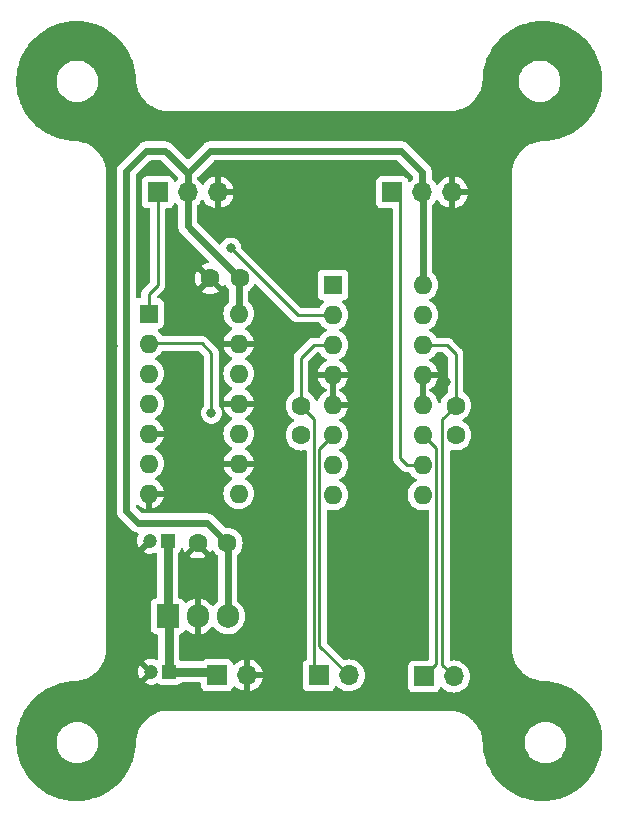
<source format=gbr>
%TF.GenerationSoftware,KiCad,Pcbnew,7.0.6*%
%TF.CreationDate,2023-09-15T11:55:09+02:00*%
%TF.ProjectId,l293d-motor-controller,6c323933-642d-46d6-9f74-6f722d636f6e,rev?*%
%TF.SameCoordinates,Original*%
%TF.FileFunction,Copper,L1,Top*%
%TF.FilePolarity,Positive*%
%FSLAX46Y46*%
G04 Gerber Fmt 4.6, Leading zero omitted, Abs format (unit mm)*
G04 Created by KiCad (PCBNEW 7.0.6) date 2023-09-15 11:55:09*
%MOMM*%
%LPD*%
G01*
G04 APERTURE LIST*
%TA.AperFunction,ComponentPad*%
%ADD10R,1.905000X2.000000*%
%TD*%
%TA.AperFunction,ComponentPad*%
%ADD11O,1.905000X2.000000*%
%TD*%
%TA.AperFunction,ComponentPad*%
%ADD12R,1.700000X1.700000*%
%TD*%
%TA.AperFunction,ComponentPad*%
%ADD13O,1.700000X1.700000*%
%TD*%
%TA.AperFunction,ComponentPad*%
%ADD14R,1.200000X1.200000*%
%TD*%
%TA.AperFunction,ComponentPad*%
%ADD15C,1.200000*%
%TD*%
%TA.AperFunction,ComponentPad*%
%ADD16C,1.600000*%
%TD*%
%TA.AperFunction,ComponentPad*%
%ADD17R,1.600000X1.600000*%
%TD*%
%TA.AperFunction,ComponentPad*%
%ADD18O,1.600000X1.600000*%
%TD*%
%TA.AperFunction,ViaPad*%
%ADD19C,0.800000*%
%TD*%
%TA.AperFunction,Conductor*%
%ADD20C,0.800000*%
%TD*%
%TA.AperFunction,Conductor*%
%ADD21C,0.250000*%
%TD*%
%TA.AperFunction,Conductor*%
%ADD22C,0.600000*%
%TD*%
G04 APERTURE END LIST*
D10*
%TO.P,U1,1,IN*%
%TO.N,+9V*%
X110520000Y-139300000D03*
D11*
%TO.P,U1,2,GND*%
%TO.N,GND*%
X113060000Y-139300000D03*
%TO.P,U1,3,OUT*%
%TO.N,+5V*%
X115600000Y-139300000D03*
%TD*%
D12*
%TO.P,M2,1,+*%
%TO.N,Net-(M2-+)*%
X132200000Y-144400000D03*
D13*
%TO.P,M2,2,-*%
%TO.N,Net-(M2--)*%
X134740000Y-144400000D03*
%TD*%
D12*
%TO.P,BT1,1,+*%
%TO.N,+9V*%
X114700000Y-144300000D03*
D13*
%TO.P,BT1,2,-*%
%TO.N,GND*%
X117240000Y-144300000D03*
%TD*%
D14*
%TO.P,C5,1*%
%TO.N,+9V*%
X110622600Y-144000000D03*
D15*
%TO.P,C5,2*%
%TO.N,GND*%
X109122600Y-144000000D03*
%TD*%
D12*
%TO.P,M1,1,+*%
%TO.N,Net-(M1-+)*%
X123300000Y-144300000D03*
D13*
%TO.P,M1,2,-*%
%TO.N,Net-(M1--)*%
X125840000Y-144300000D03*
%TD*%
D16*
%TO.P,C1,1*%
%TO.N,GND*%
X113050000Y-133100000D03*
%TO.P,C1,2*%
%TO.N,+5V*%
X115550000Y-133100000D03*
%TD*%
D12*
%TO.P,S1,1,Pin_1*%
%TO.N,/I3*%
X129520000Y-103400000D03*
D13*
%TO.P,S1,2,Pin_2*%
%TO.N,+5V*%
X132060000Y-103400000D03*
%TO.P,S1,3,Pin_3*%
%TO.N,GND*%
X134600000Y-103400000D03*
%TD*%
D16*
%TO.P,C2,1*%
%TO.N,Net-(M1-+)*%
X121800000Y-121465000D03*
%TO.P,C2,2*%
%TO.N,Net-(M1--)*%
X121800000Y-123965000D03*
%TD*%
D17*
%TO.P,U3,1*%
%TO.N,/I1*%
X108900000Y-113675000D03*
D18*
%TO.P,U3,2*%
%TO.N,/I2*%
X108900000Y-116215000D03*
%TO.P,U3,3*%
%TO.N,/I3*%
X108900000Y-118755000D03*
%TO.P,U3,4*%
%TO.N,/I4*%
X108900000Y-121295000D03*
%TO.P,U3,5*%
%TO.N,GND*%
X108900000Y-123835000D03*
%TO.P,U3,6*%
%TO.N,unconnected-(U3-Pad6)*%
X108900000Y-126375000D03*
%TO.P,U3,7,VSS*%
%TO.N,GND*%
X108900000Y-128915000D03*
%TO.P,U3,8*%
%TO.N,unconnected-(U3-Pad8)*%
X116520000Y-128915000D03*
%TO.P,U3,9*%
%TO.N,GND*%
X116520000Y-126375000D03*
%TO.P,U3,10*%
%TO.N,unconnected-(U3-Pad10)*%
X116520000Y-123835000D03*
%TO.P,U3,11*%
%TO.N,GND*%
X116520000Y-121295000D03*
%TO.P,U3,12*%
%TO.N,unconnected-(U3-Pad12)*%
X116520000Y-118755000D03*
%TO.P,U3,13*%
%TO.N,GND*%
X116520000Y-116215000D03*
%TO.P,U3,14,VDD*%
%TO.N,+5V*%
X116520000Y-113675000D03*
%TD*%
D14*
%TO.P,C4,1*%
%TO.N,+9V*%
X110500000Y-132900000D03*
D15*
%TO.P,C4,2*%
%TO.N,GND*%
X109000000Y-132900000D03*
%TD*%
D17*
%TO.P,U2,1,EN1\u002C2*%
%TO.N,unconnected-(U2-EN1\u002C2-Pad1)*%
X124500000Y-111260000D03*
D18*
%TO.P,U2,2,1A*%
%TO.N,/I1*%
X124500000Y-113800000D03*
%TO.P,U2,3,1Y*%
%TO.N,Net-(M1-+)*%
X124500000Y-116340000D03*
%TO.P,U2,4,GND*%
%TO.N,GND*%
X124500000Y-118880000D03*
%TO.P,U2,5,GND*%
X124500000Y-121420000D03*
%TO.P,U2,6,2Y*%
%TO.N,Net-(M1--)*%
X124500000Y-123960000D03*
%TO.P,U2,7,2A*%
%TO.N,/I2*%
X124500000Y-126500000D03*
%TO.P,U2,8,VCC2*%
%TO.N,+9V*%
X124500000Y-129040000D03*
%TO.P,U2,9,EN3\u002C4*%
%TO.N,unconnected-(U2-EN3\u002C4-Pad9)*%
X132120000Y-129040000D03*
%TO.P,U2,10,3A*%
%TO.N,/I3*%
X132120000Y-126500000D03*
%TO.P,U2,11,3Y*%
%TO.N,Net-(M2-+)*%
X132120000Y-123960000D03*
%TO.P,U2,12,GND*%
%TO.N,GND*%
X132120000Y-121420000D03*
%TO.P,U2,13,GND*%
X132120000Y-118880000D03*
%TO.P,U2,14,4Y*%
%TO.N,Net-(M2--)*%
X132120000Y-116340000D03*
%TO.P,U2,15,4A*%
%TO.N,/I4*%
X132120000Y-113800000D03*
%TO.P,U2,16,VCC1*%
%TO.N,+5V*%
X132120000Y-111260000D03*
%TD*%
D12*
%TO.P,S0,1,Pin_1*%
%TO.N,/I1*%
X109660000Y-103400000D03*
D13*
%TO.P,S0,2,Pin_2*%
%TO.N,+5V*%
X112200000Y-103400000D03*
%TO.P,S0,3,Pin_3*%
%TO.N,GND*%
X114740000Y-103400000D03*
%TD*%
D16*
%TO.P,C3,1*%
%TO.N,Net-(M2-+)*%
X134900000Y-123965000D03*
%TO.P,C3,2*%
%TO.N,Net-(M2--)*%
X134900000Y-121465000D03*
%TD*%
%TO.P,C6,1*%
%TO.N,+5V*%
X116600000Y-110700000D03*
%TO.P,C6,2*%
%TO.N,GND*%
X114100000Y-110700000D03*
%TD*%
D19*
%TO.N,GND*%
X134100000Y-119500000D03*
X119600000Y-137700000D03*
X120600000Y-129500000D03*
X105900000Y-116400000D03*
X106000000Y-144900000D03*
X126100000Y-139000000D03*
X120400000Y-133100000D03*
X135920000Y-112515000D03*
X121000000Y-106700000D03*
X114600000Y-116000000D03*
X135200000Y-99900000D03*
X118800000Y-102200000D03*
X127600000Y-113000000D03*
X131200000Y-132000000D03*
X138000000Y-144000000D03*
X127100000Y-131700000D03*
X112000000Y-123500000D03*
X119700000Y-121300000D03*
X137100000Y-135900000D03*
X117900000Y-141500000D03*
X111300000Y-108100000D03*
X137100000Y-128200000D03*
X135800000Y-132400000D03*
X122300000Y-115215000D03*
X137000000Y-139400000D03*
X106700000Y-133600000D03*
X129000000Y-144600000D03*
X119600000Y-125800000D03*
X128100000Y-123900000D03*
X130900000Y-137700000D03*
X110000000Y-98300000D03*
X128500000Y-107700000D03*
X108300000Y-109000000D03*
X111700000Y-113700000D03*
%TO.N,/I1*%
X115850000Y-108150000D03*
%TO.N,/I2*%
X114200000Y-122100000D03*
%TD*%
D20*
%TO.N,+9V*%
X114400000Y-144000000D02*
X114700000Y-144300000D01*
X110622600Y-144000000D02*
X114400000Y-144000000D01*
X110520000Y-132920000D02*
X110500000Y-132900000D01*
X110600000Y-139380000D02*
X110520000Y-139300000D01*
X110520000Y-139300000D02*
X110520000Y-132920000D01*
X110600000Y-143900000D02*
X110600000Y-139380000D01*
D21*
%TO.N,Net-(M1-+)*%
X122900000Y-143900000D02*
X122900000Y-124455991D01*
X121800000Y-117400000D02*
X122860000Y-116340000D01*
X122860000Y-116340000D02*
X124500000Y-116340000D01*
X121800000Y-121465000D02*
X121800000Y-117400000D01*
X123300000Y-144300000D02*
X122900000Y-143900000D01*
X122900000Y-124455991D02*
X122925000Y-124430991D01*
X122925000Y-122590000D02*
X121800000Y-121465000D01*
X122925000Y-124430991D02*
X122925000Y-122590000D01*
%TO.N,Net-(M2-+)*%
X132120000Y-123960000D02*
X133245000Y-125085000D01*
X133245000Y-143355000D02*
X132200000Y-144400000D01*
X132100000Y-144300000D02*
X132325000Y-144075000D01*
X134895000Y-123960000D02*
X134900000Y-123965000D01*
X133245000Y-125085000D02*
X133245000Y-143355000D01*
%TO.N,Net-(M2--)*%
X133775000Y-143435000D02*
X134740000Y-144400000D01*
X134900000Y-121465000D02*
X134900000Y-117100000D01*
X134140000Y-116340000D02*
X132120000Y-116340000D01*
X134900000Y-117100000D02*
X134140000Y-116340000D01*
X134640000Y-144300000D02*
X134865000Y-144075000D01*
X133775000Y-122590000D02*
X133775000Y-143435000D01*
X134900000Y-121465000D02*
X133775000Y-122590000D01*
%TO.N,/I1*%
X109660000Y-111240000D02*
X108900000Y-112000000D01*
X109660000Y-103400000D02*
X109660000Y-111240000D01*
X115850000Y-108150000D02*
X121500000Y-113800000D01*
X121500000Y-113800000D02*
X124500000Y-113800000D01*
X108900000Y-112000000D02*
X108900000Y-113660000D01*
%TO.N,/I3*%
X129520000Y-103400000D02*
X130200000Y-104080000D01*
X130200000Y-104080000D02*
X130200000Y-125900000D01*
X130800000Y-126500000D02*
X132120000Y-126500000D01*
X130200000Y-125900000D02*
X130800000Y-126500000D01*
%TO.N,/I2*%
X114200000Y-117000000D02*
X113400000Y-116200000D01*
X113400000Y-116200000D02*
X108900000Y-116200000D01*
X114200000Y-122100000D02*
X114200000Y-117000000D01*
D22*
%TO.N,+5V*%
X116520000Y-113660000D02*
X116520000Y-110620000D01*
X113850000Y-131400000D02*
X108000000Y-131400000D01*
X112200000Y-101800000D02*
X114100000Y-99900000D01*
X132100000Y-103440000D02*
X132100000Y-111240000D01*
X132060000Y-103400000D02*
X132100000Y-103440000D01*
X114100000Y-99900000D02*
X130300000Y-99900000D01*
X132100000Y-111240000D02*
X132120000Y-111260000D01*
X115600000Y-132800000D02*
X115600000Y-139300000D01*
X132060000Y-101660000D02*
X132060000Y-103400000D01*
X107000000Y-130400000D02*
X107000000Y-101600000D01*
X110300000Y-99900000D02*
X112200000Y-101800000D01*
X108700000Y-99900000D02*
X110300000Y-99900000D01*
X116520000Y-110620000D02*
X112200000Y-106300000D01*
X130300000Y-99900000D02*
X132060000Y-101660000D01*
X115550000Y-133100000D02*
X113850000Y-131400000D01*
X115900000Y-133100000D02*
X115600000Y-132800000D01*
X107000000Y-101600000D02*
X108700000Y-99900000D01*
X112200000Y-103400000D02*
X112200000Y-101800000D01*
X112200000Y-106300000D02*
X112200000Y-103400000D01*
X108000000Y-131400000D02*
X107000000Y-130400000D01*
D21*
%TO.N,Net-(M1--)*%
X123350000Y-141810000D02*
X123350000Y-125110000D01*
X125840000Y-144300000D02*
X123350000Y-141810000D01*
X124495000Y-123965000D02*
X124500000Y-123960000D01*
X123350000Y-125110000D02*
X124500000Y-123960000D01*
%TD*%
%TA.AperFunction,Conductor*%
%TO.N,GND*%
G36*
X109421956Y-143973641D02*
G01*
X109421732Y-143976765D01*
X109421338Y-143972509D01*
X109421956Y-143973641D01*
G37*
%TD.AperFunction*%
%TA.AperFunction,Conductor*%
G36*
X112664835Y-133225148D02*
G01*
X112722359Y-133338045D01*
X112811955Y-133427641D01*
X112924852Y-133485165D01*
X113005597Y-133497953D01*
X112324526Y-134179025D01*
X112324526Y-134179026D01*
X112397512Y-134230131D01*
X112397516Y-134230133D01*
X112603673Y-134326265D01*
X112603682Y-134326269D01*
X112823389Y-134385139D01*
X112823400Y-134385141D01*
X113049998Y-134404966D01*
X113050002Y-134404966D01*
X113276599Y-134385141D01*
X113276610Y-134385139D01*
X113496317Y-134326269D01*
X113496331Y-134326264D01*
X113702478Y-134230136D01*
X113775472Y-134179025D01*
X113094399Y-133497953D01*
X113175148Y-133485165D01*
X113288045Y-133427641D01*
X113377641Y-133338045D01*
X113435165Y-133225148D01*
X113447953Y-133144400D01*
X114129025Y-133825472D01*
X114180134Y-133752481D01*
X114187340Y-133737028D01*
X114233511Y-133684587D01*
X114300704Y-133665433D01*
X114367585Y-133685646D01*
X114412105Y-133737022D01*
X114419430Y-133752730D01*
X114419432Y-133752734D01*
X114549954Y-133939141D01*
X114710858Y-134100045D01*
X114746622Y-134125087D01*
X114790247Y-134179663D01*
X114799499Y-134226662D01*
X114799499Y-137973690D01*
X114779814Y-138040729D01*
X114751662Y-138071543D01*
X114612539Y-138179827D01*
X114449450Y-138356988D01*
X114449446Y-138356994D01*
X114433507Y-138381389D01*
X114380359Y-138426744D01*
X114311127Y-138436165D01*
X114247793Y-138406661D01*
X114225892Y-138381385D01*
X114210154Y-138357296D01*
X114047126Y-138180202D01*
X114047116Y-138180193D01*
X113857168Y-138032350D01*
X113857159Y-138032344D01*
X113645468Y-137917784D01*
X113645454Y-137917778D01*
X113417791Y-137839619D01*
X113310000Y-137821633D01*
X113310000Y-138808316D01*
X113281181Y-138790791D01*
X113135596Y-138750000D01*
X113022378Y-138750000D01*
X112910217Y-138765416D01*
X112810000Y-138808946D01*
X112810000Y-137821633D01*
X112809999Y-137821633D01*
X112702208Y-137839619D01*
X112474545Y-137917778D01*
X112474531Y-137917784D01*
X112262840Y-138032344D01*
X112262838Y-138032345D01*
X112120252Y-138143325D01*
X112055258Y-138168967D01*
X111986718Y-138155400D01*
X111936393Y-138106932D01*
X111927907Y-138088801D01*
X111916297Y-138057671D01*
X111916293Y-138057664D01*
X111830047Y-137942455D01*
X111830044Y-137942452D01*
X111714835Y-137856206D01*
X111714828Y-137856202D01*
X111579983Y-137805908D01*
X111531243Y-137800668D01*
X111466692Y-137773929D01*
X111426845Y-137716536D01*
X111420500Y-137677379D01*
X111420500Y-133945955D01*
X111440185Y-133878916D01*
X111456819Y-133858274D01*
X111457543Y-133857549D01*
X111457544Y-133857547D01*
X111457546Y-133857546D01*
X111543796Y-133742331D01*
X111594091Y-133607483D01*
X111594884Y-133600106D01*
X111621619Y-133535557D01*
X111679010Y-133495707D01*
X111748835Y-133493211D01*
X111808925Y-133528861D01*
X111830555Y-133560955D01*
X111919865Y-133752481D01*
X111919866Y-133752483D01*
X111970973Y-133825471D01*
X111970973Y-133825472D01*
X112652045Y-133144399D01*
X112664835Y-133225148D01*
G37*
%TD.AperFunction*%
%TA.AperFunction,Conductor*%
G36*
X109299356Y-132873641D02*
G01*
X109299132Y-132876765D01*
X109298738Y-132872509D01*
X109299356Y-132873641D01*
G37*
%TD.AperFunction*%
%TA.AperFunction,Conductor*%
G36*
X133896587Y-116985185D02*
G01*
X133917229Y-117001819D01*
X134238180Y-117322770D01*
X134271665Y-117384093D01*
X134274499Y-117410451D01*
X134274500Y-120250811D01*
X134254815Y-120317850D01*
X134221623Y-120352386D01*
X134060859Y-120464953D01*
X133899954Y-120625858D01*
X133769432Y-120812265D01*
X133769431Y-120812267D01*
X133673261Y-121018502D01*
X133673258Y-121018511D01*
X133635545Y-121159262D01*
X133599180Y-121218923D01*
X133536333Y-121249452D01*
X133466958Y-121241157D01*
X133413080Y-121196672D01*
X133395995Y-121159262D01*
X133346269Y-120973682D01*
X133346265Y-120973673D01*
X133250134Y-120767517D01*
X133119657Y-120581179D01*
X132958820Y-120420342D01*
X132772484Y-120289867D01*
X132713541Y-120262381D01*
X132661102Y-120216208D01*
X132641951Y-120149014D01*
X132662167Y-120082133D01*
X132713544Y-120037616D01*
X132772483Y-120010133D01*
X132958820Y-119879657D01*
X133119657Y-119718820D01*
X133250134Y-119532482D01*
X133346265Y-119326326D01*
X133346269Y-119326317D01*
X133398872Y-119130000D01*
X132435686Y-119130000D01*
X132447641Y-119118045D01*
X132505165Y-119005148D01*
X132524986Y-118880000D01*
X132505165Y-118754852D01*
X132447641Y-118641955D01*
X132435686Y-118630000D01*
X133398872Y-118630000D01*
X133398872Y-118629999D01*
X133346269Y-118433682D01*
X133346265Y-118433673D01*
X133250134Y-118227517D01*
X133119657Y-118041179D01*
X132958820Y-117880342D01*
X132772482Y-117749865D01*
X132714133Y-117722657D01*
X132661694Y-117676484D01*
X132642542Y-117609291D01*
X132662758Y-117542410D01*
X132714129Y-117497895D01*
X132772734Y-117470568D01*
X132959139Y-117340047D01*
X133120047Y-117179139D01*
X133218103Y-117039099D01*
X133232613Y-117018377D01*
X133287189Y-116974752D01*
X133334188Y-116965500D01*
X133829548Y-116965500D01*
X133896587Y-116985185D01*
G37*
%TD.AperFunction*%
%TA.AperFunction,Conductor*%
G36*
X124750000Y-121104314D02*
G01*
X124738045Y-121092359D01*
X124625148Y-121034835D01*
X124531481Y-121020000D01*
X124468519Y-121020000D01*
X124374852Y-121034835D01*
X124261955Y-121092359D01*
X124250000Y-121104314D01*
X124250000Y-119195686D01*
X124261955Y-119207641D01*
X124374852Y-119265165D01*
X124468519Y-119280000D01*
X124531481Y-119280000D01*
X124625148Y-119265165D01*
X124738045Y-119207641D01*
X124750000Y-119195686D01*
X124750000Y-121104314D01*
G37*
%TD.AperFunction*%
%TA.AperFunction,Conductor*%
G36*
X132370000Y-121104314D02*
G01*
X132358045Y-121092359D01*
X132245148Y-121034835D01*
X132151481Y-121020000D01*
X132088519Y-121020000D01*
X131994852Y-121034835D01*
X131881955Y-121092359D01*
X131870000Y-121104314D01*
X131870000Y-119195686D01*
X131881955Y-119207641D01*
X131994852Y-119265165D01*
X132088519Y-119280000D01*
X132151481Y-119280000D01*
X132245148Y-119265165D01*
X132358045Y-119207641D01*
X132370000Y-119195686D01*
X132370000Y-121104314D01*
G37*
%TD.AperFunction*%
%TA.AperFunction,Conductor*%
G36*
X123352851Y-116985185D02*
G01*
X123387387Y-117018377D01*
X123499954Y-117179141D01*
X123660858Y-117340045D01*
X123660861Y-117340047D01*
X123847266Y-117470568D01*
X123905865Y-117497893D01*
X123958305Y-117544065D01*
X123977457Y-117611258D01*
X123957242Y-117678139D01*
X123905867Y-117722657D01*
X123847515Y-117749867D01*
X123661179Y-117880342D01*
X123500342Y-118041179D01*
X123369865Y-118227517D01*
X123273734Y-118433673D01*
X123273730Y-118433682D01*
X123221127Y-118629999D01*
X123221128Y-118630000D01*
X124184314Y-118630000D01*
X124172359Y-118641955D01*
X124114835Y-118754852D01*
X124095014Y-118880000D01*
X124114835Y-119005148D01*
X124172359Y-119118045D01*
X124184314Y-119130000D01*
X123221128Y-119130000D01*
X123273730Y-119326317D01*
X123273734Y-119326326D01*
X123369865Y-119532482D01*
X123500342Y-119718820D01*
X123661179Y-119879657D01*
X123847517Y-120010134D01*
X123906457Y-120037618D01*
X123958896Y-120083790D01*
X123978048Y-120150984D01*
X123957832Y-120217865D01*
X123906457Y-120262382D01*
X123847517Y-120289865D01*
X123661179Y-120420342D01*
X123500342Y-120581179D01*
X123369865Y-120767517D01*
X123273734Y-120973673D01*
X123273729Y-120973686D01*
X123263869Y-121010482D01*
X123227503Y-121070142D01*
X123164655Y-121100670D01*
X123095280Y-121092373D01*
X123041403Y-121047887D01*
X123027573Y-121020795D01*
X123026740Y-121018507D01*
X123022998Y-121010482D01*
X122930568Y-120812266D01*
X122800047Y-120625861D01*
X122800045Y-120625858D01*
X122639140Y-120464953D01*
X122478377Y-120352386D01*
X122434752Y-120297809D01*
X122425500Y-120250811D01*
X122425500Y-117710452D01*
X122445185Y-117643413D01*
X122461819Y-117622771D01*
X123082772Y-117001819D01*
X123144095Y-116968334D01*
X123170453Y-116965500D01*
X123285812Y-116965500D01*
X123352851Y-116985185D01*
G37*
%TD.AperFunction*%
%TA.AperFunction,Conductor*%
G36*
X109984099Y-100720185D02*
G01*
X110004741Y-100736819D01*
X111363181Y-102095259D01*
X111396666Y-102156582D01*
X111399500Y-102182940D01*
X111399500Y-102247309D01*
X111379815Y-102314348D01*
X111346625Y-102348883D01*
X111328601Y-102361503D01*
X111206673Y-102483431D01*
X111145350Y-102516915D01*
X111075658Y-102511931D01*
X111019725Y-102470059D01*
X111002810Y-102439082D01*
X110953797Y-102307671D01*
X110953793Y-102307664D01*
X110867547Y-102192455D01*
X110867544Y-102192452D01*
X110752335Y-102106206D01*
X110752328Y-102106202D01*
X110617482Y-102055908D01*
X110617483Y-102055908D01*
X110557883Y-102049501D01*
X110557881Y-102049500D01*
X110557873Y-102049500D01*
X110557864Y-102049500D01*
X108762129Y-102049500D01*
X108762123Y-102049501D01*
X108702516Y-102055908D01*
X108567671Y-102106202D01*
X108567664Y-102106206D01*
X108452455Y-102192452D01*
X108452452Y-102192455D01*
X108366206Y-102307664D01*
X108366202Y-102307671D01*
X108315908Y-102442517D01*
X108309501Y-102502116D01*
X108309500Y-102502135D01*
X108309500Y-104297870D01*
X108309501Y-104297876D01*
X108315908Y-104357483D01*
X108366202Y-104492328D01*
X108366206Y-104492335D01*
X108452452Y-104607544D01*
X108452455Y-104607547D01*
X108567664Y-104693793D01*
X108567671Y-104693797D01*
X108612618Y-104710560D01*
X108702517Y-104744091D01*
X108762127Y-104750500D01*
X108910500Y-104750499D01*
X108977539Y-104770183D01*
X109023294Y-104822987D01*
X109034500Y-104874499D01*
X109034500Y-110929546D01*
X109014815Y-110996585D01*
X108998181Y-111017227D01*
X108516208Y-111499199D01*
X108503951Y-111509020D01*
X108504134Y-111509241D01*
X108498123Y-111514213D01*
X108450772Y-111564636D01*
X108429889Y-111585519D01*
X108429877Y-111585532D01*
X108425621Y-111591017D01*
X108421837Y-111595447D01*
X108389937Y-111629418D01*
X108389936Y-111629420D01*
X108380284Y-111646976D01*
X108369610Y-111663226D01*
X108357329Y-111679061D01*
X108357324Y-111679068D01*
X108338815Y-111721838D01*
X108336245Y-111727084D01*
X108313803Y-111767906D01*
X108308822Y-111787307D01*
X108302521Y-111805710D01*
X108294562Y-111824102D01*
X108294561Y-111824105D01*
X108287271Y-111870127D01*
X108286087Y-111875846D01*
X108274501Y-111920972D01*
X108274500Y-111920982D01*
X108274500Y-111941016D01*
X108272973Y-111960413D01*
X108269840Y-111980196D01*
X108271785Y-112000770D01*
X108274225Y-112026583D01*
X108274500Y-112032421D01*
X108274500Y-112250500D01*
X108254815Y-112317539D01*
X108202011Y-112363294D01*
X108150501Y-112374500D01*
X108052130Y-112374500D01*
X108052123Y-112374501D01*
X107992517Y-112380908D01*
X107967830Y-112390116D01*
X107898138Y-112395099D01*
X107836816Y-112361612D01*
X107803332Y-112300288D01*
X107800499Y-112273933D01*
X107800499Y-107249500D01*
X107800499Y-101982936D01*
X107820184Y-101915901D01*
X107836813Y-101895264D01*
X108995258Y-100736819D01*
X109056582Y-100703334D01*
X109082940Y-100700500D01*
X109917060Y-100700500D01*
X109984099Y-100720185D01*
G37*
%TD.AperFunction*%
%TA.AperFunction,Conductor*%
G36*
X142309493Y-88903534D02*
G01*
X142548919Y-88913987D01*
X142752200Y-88929077D01*
X142755636Y-88929430D01*
X142992914Y-88960668D01*
X143194462Y-88993817D01*
X143197724Y-88994446D01*
X143431108Y-89046186D01*
X143584272Y-89085609D01*
X143629218Y-89097178D01*
X143632398Y-89098087D01*
X143763925Y-89139557D01*
X143860147Y-89169896D01*
X143894515Y-89182085D01*
X144053283Y-89238396D01*
X144056240Y-89239533D01*
X144276720Y-89330859D01*
X144463188Y-89416320D01*
X144465955Y-89417673D01*
X144565030Y-89469248D01*
X144677557Y-89527826D01*
X144855890Y-89629615D01*
X144858439Y-89631154D01*
X145059551Y-89759278D01*
X145228243Y-89876570D01*
X145230592Y-89878286D01*
X145419753Y-90023434D01*
X145577469Y-90155332D01*
X145579564Y-90157165D01*
X145624310Y-90198168D01*
X145755363Y-90318256D01*
X145901743Y-90464636D01*
X146062827Y-90640428D01*
X146064676Y-90642540D01*
X146196565Y-90800246D01*
X146341712Y-90989406D01*
X146343428Y-90991755D01*
X146460721Y-91160448D01*
X146588844Y-91361559D01*
X146590401Y-91364138D01*
X146692173Y-91542442D01*
X146802317Y-91754027D01*
X146803685Y-91756824D01*
X146889141Y-91943281D01*
X146980462Y-92163750D01*
X146981616Y-92166752D01*
X147050103Y-92359852D01*
X147121908Y-92587590D01*
X147122820Y-92590779D01*
X147173813Y-92788891D01*
X147225544Y-93022235D01*
X147226192Y-93025593D01*
X147259334Y-93227105D01*
X147290563Y-93464315D01*
X147290923Y-93467819D01*
X147306012Y-93671080D01*
X147316463Y-93910446D01*
X147316515Y-93914071D01*
X147313502Y-94117375D01*
X147303034Y-94357130D01*
X147302759Y-94360847D01*
X147281763Y-94562525D01*
X147250377Y-94800920D01*
X147249761Y-94804698D01*
X147211065Y-95003076D01*
X147158895Y-95238393D01*
X147157923Y-95242201D01*
X147101984Y-95435601D01*
X147029299Y-95666129D01*
X147027962Y-95669934D01*
X146955398Y-95856760D01*
X146862578Y-96080846D01*
X146860869Y-96084611D01*
X146772487Y-96263275D01*
X146660034Y-96479296D01*
X146657951Y-96482985D01*
X146554698Y-96652039D01*
X146423238Y-96858389D01*
X146420780Y-96861964D01*
X146303797Y-97020005D01*
X146154001Y-97215221D01*
X146151173Y-97218645D01*
X146021850Y-97364289D01*
X145854407Y-97547021D01*
X145851217Y-97550256D01*
X145711167Y-97682241D01*
X145526793Y-97851189D01*
X145523252Y-97854197D01*
X145374340Y-97971411D01*
X145173672Y-98125388D01*
X145169798Y-98128132D01*
X145014359Y-98229513D01*
X144797796Y-98367477D01*
X144793607Y-98369920D01*
X144634529Y-98454572D01*
X144402078Y-98575579D01*
X144397598Y-98577688D01*
X144238714Y-98644883D01*
X143989584Y-98748075D01*
X143984841Y-98749817D01*
X143832137Y-98798935D01*
X143563478Y-98883642D01*
X143558500Y-98884987D01*
X143423426Y-98915516D01*
X143127107Y-98981208D01*
X143121930Y-98982127D01*
X143035068Y-98993781D01*
X142685394Y-99039817D01*
X142680003Y-99040289D01*
X142288431Y-99057385D01*
X142281723Y-99055729D01*
X142246168Y-99058941D01*
X142244864Y-99058682D01*
X142233987Y-99059500D01*
X142213167Y-99059500D01*
X142209829Y-99061322D01*
X142194790Y-99063636D01*
X142085963Y-99073600D01*
X142085958Y-99073601D01*
X141898521Y-99111521D01*
X141895490Y-99112056D01*
X141820565Y-99123378D01*
X141804130Y-99130617D01*
X141782831Y-99134926D01*
X141782818Y-99134929D01*
X141563773Y-99204597D01*
X141505622Y-99220523D01*
X141495811Y-99226214D01*
X141488090Y-99228669D01*
X141231298Y-99342197D01*
X141208537Y-99351411D01*
X141208003Y-99351829D01*
X141208128Y-99352044D01*
X141206590Y-99352933D01*
X141206242Y-99353206D01*
X141205231Y-99353720D01*
X140937529Y-99508630D01*
X140937521Y-99508635D01*
X140933431Y-99511635D01*
X140932900Y-99511973D01*
X140932727Y-99512152D01*
X140688161Y-99691560D01*
X140688148Y-99691571D01*
X140673513Y-99704966D01*
X140673511Y-99704970D01*
X140460018Y-99900391D01*
X140269875Y-100116640D01*
X140269873Y-100116643D01*
X140255806Y-100132642D01*
X140255783Y-100132670D01*
X140081313Y-100380752D01*
X140081180Y-100380857D01*
X140080796Y-100381488D01*
X140077880Y-100385634D01*
X139928350Y-100656381D01*
X139927863Y-100657389D01*
X139927686Y-100657584D01*
X139926733Y-100659310D01*
X139926349Y-100659098D01*
X139917338Y-100682705D01*
X139808978Y-100941683D01*
X139806681Y-100949441D01*
X139801779Y-100957026D01*
X139786431Y-101017810D01*
X139721147Y-101238230D01*
X139721143Y-101238247D01*
X139717262Y-101259621D01*
X139710851Y-101272391D01*
X139700532Y-101351323D01*
X139700058Y-101354363D01*
X139665889Y-101542532D01*
X139655095Y-101693651D01*
X139654828Y-101695859D01*
X139654708Y-101699195D01*
X139654436Y-101702930D01*
X139654439Y-101702950D01*
X139652937Y-101724370D01*
X139653486Y-101725549D01*
X139654876Y-101744052D01*
X139659373Y-142158332D01*
X139656294Y-142168820D01*
X139658692Y-142195945D01*
X139658756Y-142196383D01*
X139658948Y-142198841D01*
X139659209Y-142201784D01*
X139659246Y-142202640D01*
X139659387Y-142204428D01*
X139659393Y-142204902D01*
X139659666Y-142206839D01*
X139673300Y-142355435D01*
X139710327Y-142539807D01*
X139710852Y-142542799D01*
X139722226Y-142618468D01*
X139729412Y-142634844D01*
X139733299Y-142654197D01*
X139733300Y-142654201D01*
X139778974Y-142799235D01*
X139801197Y-142869804D01*
X139817256Y-142928979D01*
X139822936Y-142938836D01*
X139824831Y-142944852D01*
X139935376Y-143197817D01*
X139944824Y-143221417D01*
X139945207Y-143221199D01*
X140097966Y-143488690D01*
X140100809Y-143492623D01*
X140101832Y-143494250D01*
X140102356Y-143494765D01*
X140276444Y-143735656D01*
X140276447Y-143735660D01*
X140276454Y-143735669D01*
X140290408Y-143751177D01*
X140290540Y-143751344D01*
X140290599Y-143751390D01*
X140391887Y-143863962D01*
X140455291Y-143934430D01*
X140471830Y-143952812D01*
X140480273Y-143962195D01*
X140508096Y-143987155D01*
X140508097Y-143987156D01*
X140691343Y-144151546D01*
X140691371Y-144151592D01*
X140691569Y-144151749D01*
X140707097Y-144165679D01*
X140707102Y-144165683D01*
X140948245Y-144339414D01*
X140948549Y-144339806D01*
X140950401Y-144340966D01*
X140954331Y-144343798D01*
X140954336Y-144343800D01*
X140954339Y-144343803D01*
X141219174Y-144494529D01*
X141219178Y-144494531D01*
X141222055Y-144496168D01*
X141221837Y-144496550D01*
X141245391Y-144505940D01*
X141493680Y-144614007D01*
X141498579Y-144616139D01*
X141504581Y-144618019D01*
X141512122Y-144623059D01*
X141573653Y-144639659D01*
X141789365Y-144707242D01*
X141789379Y-144707244D01*
X141789380Y-144707245D01*
X141808703Y-144711096D01*
X141821310Y-144717695D01*
X141900759Y-144729518D01*
X141903754Y-144730039D01*
X142088211Y-144766801D01*
X142142326Y-144771685D01*
X142194694Y-144776412D01*
X142205061Y-144780500D01*
X142237182Y-144780500D01*
X142242764Y-144780752D01*
X142271510Y-144783348D01*
X142288695Y-144782625D01*
X142680025Y-144799711D01*
X142685377Y-144800180D01*
X143035434Y-144846266D01*
X143121950Y-144857874D01*
X143127084Y-144858785D01*
X143423566Y-144924514D01*
X143558533Y-144955020D01*
X143563459Y-144956351D01*
X143832085Y-145041048D01*
X143832136Y-145041064D01*
X143984840Y-145090181D01*
X143989585Y-145091923D01*
X144238719Y-145195118D01*
X144397627Y-145262324D01*
X144402058Y-145264410D01*
X144565030Y-145349248D01*
X144634529Y-145385427D01*
X144793607Y-145470078D01*
X144797796Y-145472521D01*
X145014354Y-145610483D01*
X145169811Y-145711875D01*
X145173672Y-145714610D01*
X145374340Y-145868588D01*
X145523252Y-145985801D01*
X145526778Y-145988796D01*
X145659806Y-146110694D01*
X145711167Y-146157758D01*
X145851228Y-146289753D01*
X145854396Y-146292965D01*
X145966764Y-146415594D01*
X146021850Y-146475710D01*
X146151173Y-146621353D01*
X146154001Y-146624777D01*
X146303797Y-146819994D01*
X146420780Y-146978034D01*
X146423238Y-146981609D01*
X146554698Y-147187960D01*
X146656613Y-147354825D01*
X146657950Y-147357013D01*
X146660032Y-147360700D01*
X146665287Y-147370793D01*
X146772487Y-147576724D01*
X146810908Y-147654393D01*
X146860876Y-147755402D01*
X146862578Y-147759152D01*
X146955398Y-147983239D01*
X147027962Y-148170064D01*
X147029299Y-148173869D01*
X147101984Y-148404398D01*
X147157923Y-148597797D01*
X147158895Y-148601605D01*
X147211065Y-148836923D01*
X147249761Y-149035300D01*
X147250377Y-149039078D01*
X147281763Y-149277474D01*
X147302759Y-149479151D01*
X147303034Y-149482868D01*
X147313502Y-149722624D01*
X147316515Y-149925927D01*
X147316463Y-149929551D01*
X147306012Y-150168919D01*
X147290923Y-150372179D01*
X147290563Y-150375683D01*
X147259334Y-150612894D01*
X147226192Y-150814405D01*
X147225544Y-150817763D01*
X147173813Y-151051108D01*
X147122820Y-151249219D01*
X147121908Y-151252408D01*
X147050103Y-151480147D01*
X146981616Y-151673246D01*
X146980462Y-151676248D01*
X146889141Y-151896718D01*
X146803685Y-152083174D01*
X146802317Y-152085971D01*
X146692173Y-152297557D01*
X146590401Y-152475860D01*
X146588845Y-152478439D01*
X146460721Y-152679551D01*
X146343428Y-152848243D01*
X146341712Y-152850592D01*
X146196565Y-153039753D01*
X146064676Y-153197458D01*
X146062827Y-153199570D01*
X145901744Y-153375363D01*
X145755363Y-153521744D01*
X145579570Y-153682827D01*
X145577458Y-153684676D01*
X145419753Y-153816565D01*
X145230592Y-153961712D01*
X145228243Y-153963428D01*
X145059551Y-154080721D01*
X144858439Y-154208845D01*
X144855860Y-154210401D01*
X144677557Y-154312173D01*
X144465971Y-154422317D01*
X144463174Y-154423685D01*
X144276718Y-154509141D01*
X144056248Y-154600462D01*
X144053246Y-154601616D01*
X143860147Y-154670103D01*
X143632408Y-154741908D01*
X143629219Y-154742820D01*
X143431108Y-154793813D01*
X143197763Y-154845544D01*
X143194405Y-154846192D01*
X142992894Y-154879334D01*
X142755683Y-154910563D01*
X142752179Y-154910923D01*
X142548919Y-154926012D01*
X142309551Y-154936463D01*
X142305927Y-154936515D01*
X142102624Y-154933502D01*
X141862868Y-154923034D01*
X141859151Y-154922759D01*
X141657474Y-154901763D01*
X141419078Y-154870377D01*
X141415300Y-154869761D01*
X141216923Y-154831065D01*
X140981605Y-154778895D01*
X140977797Y-154777923D01*
X140784398Y-154721984D01*
X140553869Y-154649299D01*
X140550064Y-154647962D01*
X140363239Y-154575398D01*
X140139152Y-154482578D01*
X140135402Y-154480876D01*
X140019790Y-154423685D01*
X139956724Y-154392487D01*
X139740702Y-154280034D01*
X139737015Y-154277951D01*
X139567960Y-154174698D01*
X139361609Y-154043238D01*
X139358034Y-154040780D01*
X139199994Y-153923797D01*
X139004777Y-153774001D01*
X139001353Y-153771173D01*
X138855710Y-153641850D01*
X138724637Y-153521744D01*
X138672965Y-153474396D01*
X138669753Y-153471228D01*
X138537758Y-153331167D01*
X138417171Y-153199570D01*
X138368796Y-153146778D01*
X138365801Y-153143252D01*
X138248588Y-152994340D01*
X138094610Y-152793672D01*
X138091875Y-152789811D01*
X137990483Y-152634354D01*
X137852521Y-152417796D01*
X137850078Y-152413607D01*
X137765427Y-152254529D01*
X137676225Y-152083174D01*
X137644410Y-152022058D01*
X137642324Y-152017627D01*
X137575116Y-151858714D01*
X137471923Y-151609584D01*
X137470181Y-151604840D01*
X137421064Y-151452136D01*
X137420512Y-151450385D01*
X137336351Y-151183459D01*
X137335020Y-151178533D01*
X137304514Y-151043566D01*
X137238785Y-150747084D01*
X137237874Y-150741950D01*
X137226218Y-150655067D01*
X137220666Y-150612894D01*
X137180180Y-150305377D01*
X137179711Y-150300025D01*
X137172339Y-150131187D01*
X140749500Y-150131187D01*
X140755188Y-150168919D01*
X140788604Y-150390615D01*
X140788605Y-150390617D01*
X140788606Y-150390623D01*
X140865938Y-150641326D01*
X140979767Y-150877696D01*
X140979768Y-150877697D01*
X140979770Y-150877700D01*
X140979772Y-150877704D01*
X141092760Y-151043426D01*
X141127567Y-151094479D01*
X141306014Y-151286801D01*
X141306018Y-151286804D01*
X141306019Y-151286805D01*
X141511143Y-151450386D01*
X141738357Y-151581568D01*
X141982584Y-151677420D01*
X142238370Y-151735802D01*
X142238376Y-151735802D01*
X142238379Y-151735803D01*
X142434500Y-151750500D01*
X142434506Y-151750500D01*
X142565500Y-151750500D01*
X142761620Y-151735803D01*
X142761622Y-151735802D01*
X142761630Y-151735802D01*
X143017416Y-151677420D01*
X143261643Y-151581568D01*
X143488857Y-151450386D01*
X143693981Y-151286805D01*
X143872433Y-151094479D01*
X144020228Y-150877704D01*
X144134063Y-150641323D01*
X144211396Y-150390615D01*
X144250500Y-150131182D01*
X144250500Y-149868818D01*
X144211396Y-149609385D01*
X144134063Y-149358677D01*
X144054623Y-149193717D01*
X144020232Y-149122303D01*
X144020231Y-149122302D01*
X144020230Y-149122301D01*
X144020228Y-149122296D01*
X143872433Y-148905521D01*
X143814815Y-148843423D01*
X143693985Y-148713198D01*
X143654533Y-148681736D01*
X143488857Y-148549614D01*
X143261643Y-148418432D01*
X143017416Y-148322580D01*
X143017411Y-148322578D01*
X143017402Y-148322576D01*
X142799818Y-148272914D01*
X142761630Y-148264198D01*
X142761629Y-148264197D01*
X142761625Y-148264197D01*
X142761620Y-148264196D01*
X142565500Y-148249500D01*
X142565494Y-148249500D01*
X142434506Y-148249500D01*
X142434500Y-148249500D01*
X142238379Y-148264196D01*
X142238374Y-148264197D01*
X141982597Y-148322576D01*
X141982578Y-148322582D01*
X141738356Y-148418432D01*
X141511143Y-148549614D01*
X141306014Y-148713198D01*
X141127567Y-148905520D01*
X140979768Y-149122302D01*
X140979767Y-149122303D01*
X140865938Y-149358673D01*
X140788606Y-149609376D01*
X140788605Y-149609381D01*
X140788604Y-149609385D01*
X140784264Y-149638181D01*
X140749500Y-149868812D01*
X140749500Y-150131187D01*
X137172339Y-150131187D01*
X137162732Y-149911144D01*
X137164529Y-149903861D01*
X137161478Y-149870468D01*
X137161665Y-149869515D01*
X137160500Y-149853993D01*
X137160500Y-149833155D01*
X137158703Y-149829865D01*
X137156385Y-149814810D01*
X137146662Y-149708595D01*
X137146642Y-149708371D01*
X137128702Y-149619697D01*
X137109204Y-149523314D01*
X137108669Y-149520283D01*
X137097350Y-149445376D01*
X137090111Y-149428938D01*
X137086278Y-149409991D01*
X137086277Y-149409990D01*
X137086277Y-149409987D01*
X137017482Y-149193689D01*
X137001504Y-149135345D01*
X136995790Y-149125487D01*
X136994008Y-149119883D01*
X136994007Y-149119882D01*
X136994006Y-149119877D01*
X136881862Y-148866212D01*
X136872932Y-148844154D01*
X136872594Y-148844350D01*
X136823396Y-148759331D01*
X136718437Y-148577950D01*
X136715394Y-148573802D01*
X136714365Y-148572187D01*
X136713826Y-148571664D01*
X136538371Y-148332488D01*
X136538371Y-148332487D01*
X136524078Y-148316873D01*
X136523929Y-148316689D01*
X136523863Y-148316638D01*
X136358268Y-148135730D01*
X136358263Y-148135725D01*
X136332818Y-148107927D01*
X136332815Y-148107924D01*
X136306308Y-148084616D01*
X136306304Y-148084614D01*
X136120332Y-147921096D01*
X136120300Y-147921046D01*
X136120095Y-147920887D01*
X136104201Y-147906912D01*
X136104186Y-147906901D01*
X135894095Y-147759152D01*
X135861547Y-147736262D01*
X135861232Y-147735867D01*
X135859373Y-147734733D01*
X135855179Y-147731784D01*
X135855178Y-147731783D01*
X135588689Y-147584607D01*
X135588687Y-147584606D01*
X135585748Y-147582983D01*
X135585938Y-147582638D01*
X135563623Y-147574119D01*
X135307856Y-147467107D01*
X135307848Y-147467104D01*
X135302196Y-147465430D01*
X135294577Y-147460508D01*
X135233547Y-147445098D01*
X135015961Y-147380655D01*
X135015953Y-147380653D01*
X134996920Y-147377197D01*
X134984163Y-147370793D01*
X134905233Y-147360472D01*
X134902204Y-147359999D01*
X134812592Y-147343728D01*
X134716418Y-147326265D01*
X134568163Y-147315677D01*
X134566324Y-147315442D01*
X134566292Y-147315442D01*
X134562795Y-147315300D01*
X134558357Y-147314994D01*
X134557299Y-147314888D01*
X134557111Y-147314910D01*
X134536690Y-147313515D01*
X134535082Y-147314234D01*
X134518272Y-147315355D01*
X110443557Y-147281007D01*
X110432817Y-147277836D01*
X110401051Y-147280695D01*
X110398397Y-147280813D01*
X110395569Y-147281192D01*
X110247007Y-147294860D01*
X110246999Y-147294861D01*
X110063966Y-147331712D01*
X110060961Y-147332240D01*
X109984673Y-147343728D01*
X109968083Y-147351017D01*
X109949167Y-147354825D01*
X109735193Y-147422441D01*
X109675165Y-147438783D01*
X109665116Y-147444586D01*
X109659499Y-147446361D01*
X109659491Y-147446364D01*
X109408577Y-147556455D01*
X109383941Y-147566356D01*
X109384179Y-147566771D01*
X109381293Y-147568426D01*
X109381290Y-147568428D01*
X109248124Y-147644826D01*
X109117779Y-147719605D01*
X109117774Y-147719608D01*
X109114126Y-147722258D01*
X109112124Y-147723522D01*
X109111483Y-147724178D01*
X108871988Y-147898156D01*
X108856831Y-147911875D01*
X108856276Y-147912319D01*
X108856123Y-147912515D01*
X108674088Y-148077280D01*
X108674080Y-148077289D01*
X108646742Y-148102034D01*
X108646740Y-148102035D01*
X108623384Y-148128251D01*
X108623381Y-148128257D01*
X108458894Y-148312889D01*
X108458748Y-148312979D01*
X108458261Y-148313598D01*
X108444661Y-148328865D01*
X108444657Y-148328870D01*
X108272573Y-148569729D01*
X108272087Y-148570109D01*
X108270686Y-148572368D01*
X108268057Y-148576048D01*
X108268045Y-148576067D01*
X108117321Y-148843658D01*
X108116904Y-148843423D01*
X108107191Y-148868154D01*
X107999092Y-149119903D01*
X107999082Y-149119930D01*
X107997355Y-149125550D01*
X107992263Y-149133256D01*
X107975766Y-149195798D01*
X107909838Y-149410300D01*
X107909836Y-149410307D01*
X107906179Y-149429242D01*
X107899568Y-149442051D01*
X107888135Y-149522265D01*
X107887630Y-149525274D01*
X107852222Y-149708595D01*
X107843343Y-149814244D01*
X107839500Y-149824168D01*
X107839500Y-149854709D01*
X107838854Y-149863815D01*
X107839035Y-149865511D01*
X107836549Y-149895090D01*
X107837315Y-149910015D01*
X107820289Y-150300003D01*
X107819817Y-150305394D01*
X107773781Y-150655068D01*
X107762127Y-150741930D01*
X107761208Y-150747107D01*
X107695516Y-151043426D01*
X107664987Y-151178500D01*
X107663642Y-151183478D01*
X107578935Y-151452137D01*
X107529817Y-151604841D01*
X107528075Y-151609584D01*
X107424883Y-151858714D01*
X107357688Y-152017598D01*
X107355579Y-152022078D01*
X107234572Y-152254529D01*
X107149920Y-152413607D01*
X107147477Y-152417796D01*
X107009513Y-152634359D01*
X106908132Y-152789798D01*
X106905388Y-152793672D01*
X106751411Y-152994340D01*
X106634197Y-153143252D01*
X106631189Y-153146793D01*
X106462241Y-153331167D01*
X106330256Y-153471217D01*
X106327021Y-153474407D01*
X106144289Y-153641850D01*
X105998645Y-153771173D01*
X105995221Y-153774001D01*
X105800005Y-153923797D01*
X105641964Y-154040780D01*
X105638389Y-154043238D01*
X105432039Y-154174698D01*
X105284036Y-154265093D01*
X105262987Y-154277950D01*
X105262985Y-154277951D01*
X105259296Y-154280034D01*
X105043275Y-154392487D01*
X104864611Y-154480869D01*
X104860846Y-154482578D01*
X104636760Y-154575398D01*
X104449934Y-154647962D01*
X104446129Y-154649299D01*
X104215601Y-154721984D01*
X104022201Y-154777923D01*
X104018393Y-154778895D01*
X103783076Y-154831065D01*
X103584698Y-154869761D01*
X103580920Y-154870377D01*
X103342525Y-154901763D01*
X103140847Y-154922759D01*
X103137130Y-154923034D01*
X102897375Y-154933502D01*
X102694071Y-154936515D01*
X102690446Y-154936463D01*
X102451080Y-154926012D01*
X102247819Y-154910923D01*
X102244315Y-154910563D01*
X102007105Y-154879334D01*
X101805593Y-154846192D01*
X101802235Y-154845544D01*
X101568891Y-154793813D01*
X101370779Y-154742820D01*
X101367590Y-154741908D01*
X101139852Y-154670103D01*
X100946752Y-154601616D01*
X100943750Y-154600462D01*
X100723281Y-154509141D01*
X100536824Y-154423685D01*
X100534027Y-154422317D01*
X100322442Y-154312173D01*
X100144138Y-154210401D01*
X100141559Y-154208844D01*
X99940448Y-154080721D01*
X99771755Y-153963428D01*
X99769406Y-153961712D01*
X99580246Y-153816565D01*
X99422540Y-153684676D01*
X99420428Y-153682827D01*
X99244636Y-153521743D01*
X99098256Y-153375363D01*
X98937171Y-153199570D01*
X98935322Y-153197458D01*
X98803434Y-153039753D01*
X98658286Y-152850592D01*
X98656570Y-152848243D01*
X98539278Y-152679551D01*
X98411154Y-152478439D01*
X98409615Y-152475890D01*
X98307826Y-152297557D01*
X98197681Y-152085971D01*
X98196313Y-152083174D01*
X98178694Y-152044731D01*
X98110855Y-151896711D01*
X98095094Y-151858661D01*
X98019533Y-151676240D01*
X98018396Y-151673283D01*
X97949896Y-151480147D01*
X97919557Y-151383925D01*
X97878087Y-151252398D01*
X97877178Y-151249218D01*
X97858976Y-151178500D01*
X97826186Y-151051108D01*
X97774446Y-150817724D01*
X97773817Y-150814462D01*
X97740668Y-150612914D01*
X97709430Y-150375636D01*
X97709077Y-150372200D01*
X97693987Y-150168919D01*
X97692340Y-150131187D01*
X101109500Y-150131187D01*
X101115188Y-150168919D01*
X101148604Y-150390615D01*
X101148605Y-150390617D01*
X101148606Y-150390623D01*
X101225938Y-150641326D01*
X101339767Y-150877696D01*
X101339768Y-150877697D01*
X101339770Y-150877700D01*
X101339772Y-150877704D01*
X101452760Y-151043426D01*
X101487567Y-151094479D01*
X101666014Y-151286801D01*
X101666018Y-151286804D01*
X101666019Y-151286805D01*
X101871143Y-151450386D01*
X102098357Y-151581568D01*
X102342584Y-151677420D01*
X102598370Y-151735802D01*
X102598376Y-151735802D01*
X102598379Y-151735803D01*
X102794500Y-151750500D01*
X102794506Y-151750500D01*
X102925500Y-151750500D01*
X103121620Y-151735803D01*
X103121622Y-151735802D01*
X103121630Y-151735802D01*
X103377416Y-151677420D01*
X103621643Y-151581568D01*
X103848857Y-151450386D01*
X104053981Y-151286805D01*
X104232433Y-151094479D01*
X104380228Y-150877704D01*
X104494063Y-150641323D01*
X104571396Y-150390615D01*
X104610500Y-150131182D01*
X104610500Y-149868818D01*
X104571396Y-149609385D01*
X104494063Y-149358677D01*
X104414623Y-149193717D01*
X104380232Y-149122303D01*
X104380231Y-149122302D01*
X104380230Y-149122301D01*
X104380228Y-149122296D01*
X104232433Y-148905521D01*
X104174815Y-148843423D01*
X104053985Y-148713198D01*
X104014533Y-148681736D01*
X103848857Y-148549614D01*
X103621643Y-148418432D01*
X103377416Y-148322580D01*
X103377411Y-148322578D01*
X103377402Y-148322576D01*
X103159818Y-148272914D01*
X103121630Y-148264198D01*
X103121629Y-148264197D01*
X103121625Y-148264197D01*
X103121620Y-148264196D01*
X102925500Y-148249500D01*
X102925494Y-148249500D01*
X102794506Y-148249500D01*
X102794500Y-148249500D01*
X102598379Y-148264196D01*
X102598374Y-148264197D01*
X102342597Y-148322576D01*
X102342578Y-148322582D01*
X102098356Y-148418432D01*
X101871143Y-148549614D01*
X101666014Y-148713198D01*
X101487567Y-148905520D01*
X101339768Y-149122302D01*
X101339767Y-149122303D01*
X101225938Y-149358673D01*
X101148606Y-149609376D01*
X101148605Y-149609381D01*
X101148604Y-149609385D01*
X101144264Y-149638181D01*
X101109500Y-149868812D01*
X101109500Y-150131187D01*
X97692340Y-150131187D01*
X97683534Y-149929493D01*
X97683483Y-149925993D01*
X97686498Y-149722624D01*
X97696968Y-149482804D01*
X97697234Y-149479208D01*
X97718236Y-149277474D01*
X97749625Y-149039050D01*
X97750228Y-149035353D01*
X97788928Y-148836951D01*
X97841109Y-148601579D01*
X97842064Y-148597837D01*
X97898017Y-148404391D01*
X97920688Y-148332488D01*
X97970712Y-148173830D01*
X97972017Y-148170115D01*
X98044586Y-147983276D01*
X98137442Y-147759102D01*
X98139099Y-147755451D01*
X98227512Y-147576724D01*
X98339984Y-147360667D01*
X98342019Y-147357063D01*
X98445283Y-147187989D01*
X98576782Y-146981576D01*
X98579205Y-146978050D01*
X98696168Y-146820037D01*
X98846005Y-146624766D01*
X98848825Y-146621353D01*
X98890648Y-146574252D01*
X98978112Y-146475750D01*
X99145630Y-146292937D01*
X99148757Y-146289767D01*
X99288816Y-146157773D01*
X99473247Y-145988773D01*
X99476714Y-145985827D01*
X99625599Y-145868633D01*
X99826340Y-145714599D01*
X99830162Y-145711892D01*
X99985610Y-145610505D01*
X100202217Y-145472512D01*
X100206385Y-145470081D01*
X100365413Y-145385457D01*
X100597960Y-145264400D01*
X100602353Y-145262332D01*
X100761218Y-145195144D01*
X101010430Y-145091916D01*
X101015149Y-145090184D01*
X101167826Y-145041075D01*
X101436552Y-144956347D01*
X101441454Y-144955022D01*
X101576502Y-144924499D01*
X101872923Y-144858784D01*
X101878041Y-144857875D01*
X101964555Y-144846267D01*
X102314624Y-144800180D01*
X102319972Y-144799711D01*
X102710972Y-144782639D01*
X102717957Y-144784363D01*
X102749546Y-144781476D01*
X102750503Y-144781664D01*
X102766005Y-144780500D01*
X102786835Y-144780500D01*
X102790122Y-144778705D01*
X102805184Y-144776384D01*
X102911629Y-144766642D01*
X103096718Y-144729197D01*
X103099728Y-144728666D01*
X103174634Y-144717348D01*
X103191062Y-144710111D01*
X103210008Y-144706278D01*
X103210007Y-144706278D01*
X103210013Y-144706277D01*
X103426312Y-144637481D01*
X103484661Y-144621502D01*
X103494511Y-144615790D01*
X103500123Y-144614006D01*
X103753801Y-144501856D01*
X103775845Y-144492932D01*
X103775650Y-144492594D01*
X103778557Y-144490912D01*
X104042050Y-144338437D01*
X104046202Y-144335390D01*
X104047811Y-144334365D01*
X104048330Y-144333830D01*
X104287515Y-144158368D01*
X104303131Y-144144073D01*
X104303309Y-144143929D01*
X104303361Y-144143863D01*
X104311910Y-144136038D01*
X104460528Y-144000000D01*
X108017887Y-144000000D01*
X108036696Y-144202989D01*
X108036697Y-144202992D01*
X108092483Y-144399063D01*
X108092486Y-144399069D01*
X108183354Y-144581556D01*
X108183355Y-144581557D01*
X108185133Y-144583912D01*
X108769047Y-144000000D01*
X108769047Y-143999999D01*
X108185133Y-143416085D01*
X108183354Y-143418443D01*
X108092486Y-143600930D01*
X108092483Y-143600936D01*
X108036697Y-143797007D01*
X108036696Y-143797010D01*
X108017887Y-143999999D01*
X108017887Y-144000000D01*
X104460528Y-144000000D01*
X104512073Y-143952818D01*
X104698903Y-143740332D01*
X104698950Y-143740302D01*
X104699109Y-143740098D01*
X104713086Y-143724202D01*
X104713086Y-143724201D01*
X104713093Y-143724194D01*
X104883737Y-143481548D01*
X104884130Y-143481234D01*
X104885258Y-143479384D01*
X104888217Y-143475178D01*
X105035393Y-143208689D01*
X105035393Y-143208687D01*
X105037017Y-143205748D01*
X105037360Y-143205937D01*
X105045867Y-143183656D01*
X105096663Y-143062249D01*
X105152895Y-142927850D01*
X105154564Y-142922211D01*
X105159487Y-142914589D01*
X105174893Y-142853575D01*
X105233944Y-142654197D01*
X105239347Y-142635953D01*
X105242800Y-142616931D01*
X105249204Y-142604174D01*
X105259525Y-142525246D01*
X105259991Y-142522255D01*
X105293734Y-142336421D01*
X105304299Y-142188460D01*
X105305078Y-142182601D01*
X105305319Y-142178510D01*
X105305134Y-142176859D01*
X105306571Y-142156990D01*
X105305706Y-142155058D01*
X105304572Y-142138347D01*
X105303531Y-130490191D01*
X106199500Y-130490191D01*
X106199501Y-130490200D01*
X106208791Y-130530908D01*
X106209955Y-130537763D01*
X106214632Y-130579259D01*
X106228420Y-130618662D01*
X106230345Y-130625345D01*
X106239639Y-130666061D01*
X106257759Y-130703688D01*
X106260421Y-130710114D01*
X106274212Y-130749525D01*
X106296422Y-130784872D01*
X106299787Y-130790959D01*
X106317910Y-130828589D01*
X106343940Y-130861229D01*
X106347966Y-130866904D01*
X106370182Y-130902259D01*
X106370184Y-130902262D01*
X106402174Y-130934252D01*
X107387615Y-131919694D01*
X107387620Y-131919698D01*
X107497737Y-132029815D01*
X107497738Y-132029816D01*
X107533096Y-132052033D01*
X107538770Y-132056060D01*
X107571411Y-132082090D01*
X107571414Y-132082092D01*
X107609038Y-132100210D01*
X107615123Y-132103574D01*
X107650478Y-132125789D01*
X107689899Y-132139583D01*
X107696307Y-132142238D01*
X107733939Y-132160360D01*
X107774641Y-132169650D01*
X107781328Y-132171576D01*
X107820742Y-132185367D01*
X107820745Y-132185368D01*
X107862241Y-132190043D01*
X107869093Y-132191207D01*
X107909806Y-132200500D01*
X107919216Y-132200500D01*
X107986255Y-132220185D01*
X108032010Y-132272989D01*
X108041954Y-132342147D01*
X108030216Y-132379772D01*
X107969886Y-132500930D01*
X107969883Y-132500936D01*
X107914097Y-132697007D01*
X107914096Y-132697010D01*
X107895287Y-132899999D01*
X107895287Y-132900000D01*
X107914096Y-133102989D01*
X107914097Y-133102992D01*
X107969883Y-133299063D01*
X107969886Y-133299069D01*
X108060754Y-133481556D01*
X108060755Y-133481557D01*
X108062533Y-133483912D01*
X108704654Y-132841790D01*
X108696105Y-132871840D01*
X108706454Y-132983521D01*
X108756448Y-133083922D01*
X108839334Y-133159484D01*
X108943920Y-133200000D01*
X109027802Y-133200000D01*
X109059470Y-133194080D01*
X108419310Y-133834240D01*
X108419311Y-133834241D01*
X108507581Y-133888895D01*
X108507588Y-133888899D01*
X108697678Y-133962539D01*
X108898072Y-134000000D01*
X109101928Y-134000000D01*
X109302321Y-133962539D01*
X109450705Y-133905056D01*
X109520328Y-133899194D01*
X109582069Y-133931904D01*
X109616324Y-133992800D01*
X109619499Y-134020683D01*
X109619500Y-137677379D01*
X109599815Y-137744418D01*
X109547011Y-137790173D01*
X109508755Y-137800668D01*
X109460020Y-137805907D01*
X109325171Y-137856202D01*
X109325164Y-137856206D01*
X109209955Y-137942452D01*
X109209952Y-137942455D01*
X109123706Y-138057664D01*
X109123702Y-138057671D01*
X109073408Y-138192517D01*
X109067001Y-138252116D01*
X109067000Y-138252135D01*
X109067000Y-140347870D01*
X109067001Y-140347876D01*
X109073408Y-140407483D01*
X109123702Y-140542328D01*
X109123706Y-140542335D01*
X109209952Y-140657544D01*
X109209955Y-140657547D01*
X109325164Y-140743793D01*
X109325171Y-140743797D01*
X109325174Y-140743798D01*
X109460017Y-140794091D01*
X109519627Y-140800500D01*
X109575500Y-140800499D01*
X109642538Y-140820182D01*
X109688293Y-140872986D01*
X109699500Y-140924499D01*
X109699500Y-142862813D01*
X109679815Y-142929852D01*
X109627011Y-142975607D01*
X109557853Y-142985551D01*
X109530707Y-142978440D01*
X109424924Y-142937460D01*
X109224528Y-142900000D01*
X109020672Y-142900000D01*
X108820278Y-142937460D01*
X108630188Y-143011100D01*
X108630184Y-143011102D01*
X108541910Y-143065758D01*
X109122600Y-143646447D01*
X109176153Y-143700000D01*
X109094798Y-143700000D01*
X109012350Y-143715412D01*
X108916990Y-143774457D01*
X108849399Y-143863962D01*
X108818705Y-143971840D01*
X108829054Y-144083521D01*
X108879048Y-144183922D01*
X108961934Y-144259484D01*
X109066520Y-144300000D01*
X109150402Y-144300000D01*
X109182070Y-144294080D01*
X108541910Y-144934240D01*
X108541911Y-144934241D01*
X108630181Y-144988895D01*
X108630188Y-144988899D01*
X108820278Y-145062539D01*
X109020672Y-145100000D01*
X109224528Y-145100000D01*
X109424926Y-145062538D01*
X109611502Y-144990259D01*
X109681125Y-144984396D01*
X109730605Y-145006617D01*
X109776620Y-145041064D01*
X109780268Y-145043795D01*
X109780271Y-145043797D01*
X109915117Y-145094091D01*
X109915116Y-145094091D01*
X109922044Y-145094835D01*
X109974727Y-145100500D01*
X111270472Y-145100499D01*
X111330083Y-145094091D01*
X111464931Y-145043796D01*
X111580146Y-144957546D01*
X111585651Y-144950191D01*
X111641585Y-144908319D01*
X111684920Y-144900500D01*
X113225501Y-144900500D01*
X113292540Y-144920185D01*
X113338295Y-144972989D01*
X113349501Y-145024500D01*
X113349501Y-145197876D01*
X113355908Y-145257483D01*
X113406202Y-145392328D01*
X113406206Y-145392335D01*
X113492452Y-145507544D01*
X113492455Y-145507547D01*
X113607664Y-145593793D01*
X113607671Y-145593797D01*
X113742517Y-145644091D01*
X113742516Y-145644091D01*
X113749444Y-145644835D01*
X113802127Y-145650500D01*
X115597872Y-145650499D01*
X115657483Y-145644091D01*
X115792331Y-145593796D01*
X115907546Y-145507546D01*
X115993796Y-145392331D01*
X116043002Y-145260401D01*
X116084872Y-145204468D01*
X116150337Y-145180050D01*
X116218610Y-145194901D01*
X116246865Y-145216053D01*
X116368917Y-145338105D01*
X116562421Y-145473600D01*
X116776507Y-145573429D01*
X116776516Y-145573433D01*
X116990000Y-145630634D01*
X116990000Y-144735501D01*
X117097685Y-144784680D01*
X117204237Y-144800000D01*
X117275763Y-144800000D01*
X117382315Y-144784680D01*
X117490000Y-144735501D01*
X117490000Y-145630633D01*
X117703483Y-145573433D01*
X117703492Y-145573429D01*
X117917578Y-145473600D01*
X118111082Y-145338105D01*
X118278105Y-145171082D01*
X118413600Y-144977578D01*
X118513429Y-144763492D01*
X118513432Y-144763486D01*
X118570636Y-144550000D01*
X117673686Y-144550000D01*
X117699493Y-144509844D01*
X117740000Y-144371889D01*
X117740000Y-144228111D01*
X117699493Y-144090156D01*
X117673686Y-144050000D01*
X118570636Y-144050000D01*
X118570635Y-144049999D01*
X118513432Y-143836513D01*
X118513429Y-143836507D01*
X118413600Y-143622422D01*
X118413599Y-143622420D01*
X118278113Y-143428926D01*
X118278108Y-143428920D01*
X118111082Y-143261894D01*
X117917578Y-143126399D01*
X117703492Y-143026570D01*
X117703486Y-143026567D01*
X117490000Y-142969364D01*
X117490000Y-143864498D01*
X117382315Y-143815320D01*
X117275763Y-143800000D01*
X117204237Y-143800000D01*
X117097685Y-143815320D01*
X116990000Y-143864498D01*
X116990000Y-142969364D01*
X116989999Y-142969364D01*
X116776513Y-143026567D01*
X116776507Y-143026570D01*
X116562422Y-143126399D01*
X116562420Y-143126400D01*
X116368926Y-143261886D01*
X116246865Y-143383947D01*
X116185542Y-143417431D01*
X116115850Y-143412447D01*
X116059917Y-143370575D01*
X116043002Y-143339598D01*
X116031093Y-143307669D01*
X115998924Y-143221417D01*
X115993797Y-143207671D01*
X115993793Y-143207664D01*
X115907547Y-143092455D01*
X115907544Y-143092452D01*
X115792335Y-143006206D01*
X115792328Y-143006202D01*
X115657482Y-142955908D01*
X115657483Y-142955908D01*
X115597883Y-142949501D01*
X115597881Y-142949500D01*
X115597873Y-142949500D01*
X115597864Y-142949500D01*
X113802129Y-142949500D01*
X113802123Y-142949501D01*
X113742516Y-142955908D01*
X113607671Y-143006202D01*
X113607668Y-143006204D01*
X113516080Y-143074767D01*
X113450615Y-143099184D01*
X113441769Y-143099500D01*
X111684920Y-143099500D01*
X111617881Y-143079815D01*
X111585652Y-143049809D01*
X111580145Y-143042452D01*
X111550187Y-143020025D01*
X111508317Y-142964091D01*
X111500500Y-142920760D01*
X111500500Y-140909831D01*
X111520185Y-140842792D01*
X111572989Y-140797037D01*
X111581168Y-140793649D01*
X111714826Y-140743798D01*
X111714826Y-140743797D01*
X111714831Y-140743796D01*
X111830046Y-140657546D01*
X111916296Y-140542331D01*
X111916297Y-140542328D01*
X111916298Y-140542327D01*
X111927907Y-140511199D01*
X111969776Y-140455264D01*
X112035240Y-140430844D01*
X112103513Y-140445694D01*
X112120252Y-140456675D01*
X112262831Y-140567649D01*
X112262840Y-140567655D01*
X112474531Y-140682215D01*
X112474545Y-140682221D01*
X112702207Y-140760379D01*
X112810000Y-140778366D01*
X112810000Y-139791683D01*
X112838819Y-139809209D01*
X112984404Y-139850000D01*
X113097622Y-139850000D01*
X113209783Y-139834584D01*
X113310000Y-139791053D01*
X113310000Y-140778365D01*
X113417792Y-140760379D01*
X113645454Y-140682221D01*
X113645468Y-140682215D01*
X113857159Y-140567655D01*
X113857168Y-140567649D01*
X114047116Y-140419806D01*
X114047126Y-140419797D01*
X114210154Y-140242702D01*
X114210155Y-140242701D01*
X114225891Y-140218616D01*
X114279036Y-140173258D01*
X114348267Y-140163833D01*
X114411604Y-140193333D01*
X114433510Y-140218614D01*
X114449446Y-140243007D01*
X114449448Y-140243009D01*
X114449449Y-140243010D01*
X114612537Y-140420171D01*
X114768908Y-140541879D01*
X114802017Y-140567649D01*
X114802561Y-140568072D01*
X114967891Y-140657544D01*
X115013478Y-140682215D01*
X115014336Y-140682679D01*
X115132598Y-140723278D01*
X115242083Y-140760865D01*
X115242085Y-140760865D01*
X115242087Y-140760866D01*
X115479601Y-140800500D01*
X115479602Y-140800500D01*
X115720398Y-140800500D01*
X115720399Y-140800500D01*
X115957913Y-140760866D01*
X116185664Y-140682679D01*
X116397439Y-140568072D01*
X116587463Y-140420171D01*
X116750551Y-140243010D01*
X116882255Y-140041422D01*
X116978983Y-139820905D01*
X117038095Y-139587476D01*
X117053000Y-139407600D01*
X117053000Y-139192400D01*
X117038095Y-139012524D01*
X116978983Y-138779095D01*
X116882255Y-138558578D01*
X116750551Y-138356990D01*
X116587463Y-138179829D01*
X116587458Y-138179825D01*
X116587456Y-138179823D01*
X116448338Y-138071543D01*
X116407525Y-138014833D01*
X116400500Y-137973690D01*
X116400500Y-134140048D01*
X116420185Y-134073009D01*
X116436819Y-134052367D01*
X116489186Y-134000000D01*
X116550047Y-133939139D01*
X116680568Y-133752734D01*
X116776739Y-133546496D01*
X116835635Y-133326692D01*
X116855206Y-133102992D01*
X116855468Y-133100001D01*
X116855468Y-133099998D01*
X116841761Y-132943333D01*
X116835635Y-132873308D01*
X116776739Y-132653504D01*
X116680568Y-132447266D01*
X116550047Y-132260861D01*
X116550045Y-132260858D01*
X116389141Y-132099954D01*
X116202734Y-131969432D01*
X116202732Y-131969431D01*
X115996497Y-131873261D01*
X115996488Y-131873258D01*
X115776697Y-131814366D01*
X115776693Y-131814365D01*
X115776692Y-131814365D01*
X115776691Y-131814364D01*
X115776686Y-131814364D01*
X115550002Y-131794532D01*
X115549998Y-131794532D01*
X115448160Y-131803441D01*
X115379660Y-131789674D01*
X115349672Y-131767594D01*
X114401693Y-130819615D01*
X114401691Y-130819612D01*
X114384252Y-130802173D01*
X114352262Y-130770184D01*
X114352259Y-130770182D01*
X114352258Y-130770181D01*
X114316904Y-130747966D01*
X114311229Y-130743940D01*
X114278589Y-130717910D01*
X114240959Y-130699787D01*
X114234872Y-130696422D01*
X114199525Y-130674212D01*
X114160114Y-130660421D01*
X114153688Y-130657759D01*
X114116061Y-130639639D01*
X114075345Y-130630345D01*
X114068662Y-130628420D01*
X114029259Y-130614632D01*
X113987763Y-130609955D01*
X113980908Y-130608791D01*
X113940200Y-130599501D01*
X113940196Y-130599500D01*
X113940194Y-130599500D01*
X113940191Y-130599500D01*
X108382940Y-130599500D01*
X108315901Y-130579815D01*
X108295259Y-130563181D01*
X107836819Y-130104740D01*
X107803334Y-130043417D01*
X107800500Y-130017059D01*
X107800500Y-129953340D01*
X107820185Y-129886301D01*
X107872989Y-129840546D01*
X107942147Y-129830602D01*
X108005703Y-129859627D01*
X108012181Y-129865659D01*
X108061179Y-129914657D01*
X108247517Y-130045134D01*
X108453673Y-130141265D01*
X108453682Y-130141269D01*
X108649999Y-130193872D01*
X108650000Y-130193871D01*
X108650000Y-129230686D01*
X108661955Y-129242641D01*
X108774852Y-129300165D01*
X108868519Y-129315000D01*
X108931481Y-129315000D01*
X109025148Y-129300165D01*
X109138045Y-129242641D01*
X109150000Y-129230685D01*
X109150000Y-130193872D01*
X109346317Y-130141269D01*
X109346326Y-130141265D01*
X109552482Y-130045134D01*
X109738820Y-129914657D01*
X109899657Y-129753820D01*
X110030134Y-129567482D01*
X110126265Y-129361326D01*
X110126269Y-129361317D01*
X110178872Y-129165000D01*
X109215686Y-129165000D01*
X109227641Y-129153045D01*
X109285165Y-129040148D01*
X109304986Y-128915000D01*
X109285165Y-128789852D01*
X109227641Y-128676955D01*
X109215686Y-128665000D01*
X110178872Y-128665000D01*
X110178872Y-128664999D01*
X110126269Y-128468682D01*
X110126265Y-128468673D01*
X110030134Y-128262517D01*
X109899657Y-128076179D01*
X109738820Y-127915342D01*
X109552482Y-127784865D01*
X109494133Y-127757657D01*
X109441694Y-127711484D01*
X109422542Y-127644291D01*
X109442758Y-127577410D01*
X109494129Y-127532895D01*
X109552734Y-127505568D01*
X109739139Y-127375047D01*
X109900047Y-127214139D01*
X110030568Y-127027734D01*
X110126739Y-126821496D01*
X110185635Y-126601692D01*
X110205468Y-126375000D01*
X110204612Y-126365221D01*
X110197718Y-126286416D01*
X110185635Y-126148308D01*
X110126739Y-125928504D01*
X110030568Y-125722266D01*
X109900047Y-125535861D01*
X109900045Y-125535858D01*
X109739141Y-125374954D01*
X109552734Y-125244432D01*
X109552732Y-125244431D01*
X109541275Y-125239088D01*
X109494132Y-125217105D01*
X109441694Y-125170934D01*
X109422542Y-125103740D01*
X109442758Y-125036859D01*
X109494134Y-124992341D01*
X109552484Y-124965132D01*
X109738820Y-124834657D01*
X109899657Y-124673820D01*
X110030134Y-124487482D01*
X110126265Y-124281326D01*
X110126269Y-124281317D01*
X110178872Y-124085000D01*
X109215686Y-124085000D01*
X109227641Y-124073045D01*
X109285165Y-123960148D01*
X109304986Y-123835000D01*
X109285165Y-123709852D01*
X109227641Y-123596955D01*
X109215686Y-123585000D01*
X110178872Y-123585000D01*
X110178872Y-123584999D01*
X110126269Y-123388682D01*
X110126265Y-123388673D01*
X110030134Y-123182517D01*
X109899657Y-122996179D01*
X109738820Y-122835342D01*
X109552482Y-122704865D01*
X109494133Y-122677657D01*
X109441694Y-122631484D01*
X109422542Y-122564291D01*
X109442758Y-122497410D01*
X109494129Y-122452895D01*
X109552734Y-122425568D01*
X109739139Y-122295047D01*
X109900047Y-122134139D01*
X110030568Y-121947734D01*
X110126739Y-121741496D01*
X110185635Y-121521692D01*
X110205468Y-121295000D01*
X110185635Y-121068308D01*
X110126739Y-120848504D01*
X110030568Y-120642266D01*
X109900047Y-120455861D01*
X109900045Y-120455858D01*
X109739141Y-120294954D01*
X109552735Y-120164433D01*
X109552736Y-120164433D01*
X109552734Y-120164432D01*
X109494722Y-120137380D01*
X109442284Y-120091208D01*
X109423133Y-120024014D01*
X109443349Y-119957133D01*
X109494721Y-119912619D01*
X109552734Y-119885568D01*
X109739139Y-119755047D01*
X109900047Y-119594139D01*
X110030568Y-119407734D01*
X110126739Y-119201496D01*
X110185635Y-118981692D01*
X110205468Y-118755000D01*
X110185635Y-118528308D01*
X110126739Y-118308504D01*
X110030568Y-118102266D01*
X109900047Y-117915861D01*
X109900045Y-117915858D01*
X109739141Y-117754954D01*
X109552735Y-117624433D01*
X109552736Y-117624433D01*
X109552734Y-117624432D01*
X109494722Y-117597380D01*
X109442284Y-117551208D01*
X109423133Y-117484014D01*
X109443349Y-117417133D01*
X109494721Y-117372619D01*
X109552734Y-117345568D01*
X109739139Y-117215047D01*
X109900047Y-117054139D01*
X110023116Y-116878375D01*
X110077691Y-116834752D01*
X110124690Y-116825500D01*
X113089548Y-116825500D01*
X113156587Y-116845185D01*
X113177229Y-116861819D01*
X113538182Y-117222772D01*
X113571666Y-117284093D01*
X113574500Y-117310451D01*
X113574500Y-121401312D01*
X113554815Y-121468351D01*
X113542650Y-121484284D01*
X113467466Y-121567784D01*
X113372821Y-121731715D01*
X113372818Y-121731722D01*
X113314406Y-121911497D01*
X113314326Y-121911744D01*
X113294540Y-122100000D01*
X113314326Y-122288256D01*
X113314327Y-122288259D01*
X113372818Y-122468277D01*
X113372821Y-122468284D01*
X113467467Y-122632216D01*
X113542893Y-122715985D01*
X113594129Y-122772888D01*
X113747265Y-122884148D01*
X113747270Y-122884151D01*
X113920192Y-122961142D01*
X113920197Y-122961144D01*
X114105354Y-123000500D01*
X114105355Y-123000500D01*
X114294644Y-123000500D01*
X114294646Y-123000500D01*
X114479803Y-122961144D01*
X114652730Y-122884151D01*
X114805871Y-122772888D01*
X114932533Y-122632216D01*
X115027179Y-122468284D01*
X115085674Y-122288256D01*
X115105460Y-122100000D01*
X115085674Y-121911744D01*
X115030354Y-121741488D01*
X115027181Y-121731722D01*
X115027180Y-121731721D01*
X115027179Y-121731716D01*
X114932533Y-121567784D01*
X114932532Y-121567784D01*
X114857349Y-121484283D01*
X114827119Y-121421291D01*
X114825499Y-121401311D01*
X114825499Y-119265165D01*
X114825499Y-117082732D01*
X114827225Y-117067124D01*
X114826939Y-117067097D01*
X114827671Y-117059339D01*
X114827673Y-117059333D01*
X114825499Y-116990185D01*
X114825500Y-116960650D01*
X114824631Y-116953770D01*
X114824172Y-116947943D01*
X114822709Y-116901372D01*
X114817122Y-116882144D01*
X114813174Y-116863084D01*
X114811473Y-116849614D01*
X114810664Y-116843208D01*
X114810663Y-116843206D01*
X114810663Y-116843204D01*
X114793512Y-116799887D01*
X114791619Y-116794358D01*
X114778618Y-116749609D01*
X114778616Y-116749606D01*
X114768423Y-116732371D01*
X114759861Y-116714894D01*
X114752487Y-116696270D01*
X114749756Y-116692511D01*
X114725079Y-116658545D01*
X114721888Y-116653686D01*
X114713033Y-116638713D01*
X114698170Y-116613580D01*
X114698168Y-116613578D01*
X114698165Y-116613574D01*
X114684006Y-116599415D01*
X114671368Y-116584619D01*
X114659594Y-116568413D01*
X114657506Y-116566686D01*
X114623688Y-116538709D01*
X114619376Y-116534786D01*
X113900803Y-115816212D01*
X113890980Y-115803950D01*
X113890759Y-115804134D01*
X113885786Y-115798123D01*
X113884936Y-115797325D01*
X113835364Y-115750773D01*
X113824919Y-115740328D01*
X113814475Y-115729883D01*
X113808986Y-115725625D01*
X113804561Y-115721847D01*
X113770582Y-115689938D01*
X113770580Y-115689936D01*
X113770577Y-115689935D01*
X113753029Y-115680288D01*
X113736763Y-115669604D01*
X113720933Y-115657325D01*
X113678168Y-115638818D01*
X113672922Y-115636248D01*
X113632093Y-115613803D01*
X113632092Y-115613802D01*
X113612693Y-115608822D01*
X113594281Y-115602518D01*
X113575898Y-115594562D01*
X113575892Y-115594560D01*
X113529874Y-115587272D01*
X113524152Y-115586087D01*
X113479021Y-115574500D01*
X113479019Y-115574500D01*
X113458984Y-115574500D01*
X113439586Y-115572973D01*
X113432162Y-115571797D01*
X113419805Y-115569840D01*
X113419804Y-115569840D01*
X113373416Y-115574225D01*
X113367578Y-115574500D01*
X110103685Y-115574500D01*
X110036646Y-115554815D01*
X110002110Y-115521623D01*
X109900045Y-115375858D01*
X109739143Y-115214956D01*
X109731255Y-115209433D01*
X109714535Y-115197725D01*
X109670912Y-115143149D01*
X109663719Y-115073650D01*
X109695241Y-115011296D01*
X109755471Y-114975882D01*
X109772404Y-114972861D01*
X109807483Y-114969091D01*
X109942331Y-114918796D01*
X110057546Y-114832546D01*
X110143796Y-114717331D01*
X110194091Y-114582483D01*
X110200500Y-114522873D01*
X110200499Y-112827128D01*
X110194091Y-112767517D01*
X110158701Y-112672632D01*
X110143797Y-112632671D01*
X110143793Y-112632664D01*
X110057547Y-112517455D01*
X110057544Y-112517452D01*
X109942335Y-112431206D01*
X109942328Y-112431202D01*
X109807482Y-112380908D01*
X109807483Y-112380908D01*
X109747883Y-112374501D01*
X109747881Y-112374500D01*
X109747873Y-112374500D01*
X109747865Y-112374500D01*
X109709452Y-112374500D01*
X109642413Y-112354815D01*
X109596658Y-112302011D01*
X109586714Y-112232853D01*
X109615739Y-112169297D01*
X109621771Y-112162819D01*
X109825491Y-111959099D01*
X110043788Y-111740801D01*
X110056042Y-111730986D01*
X110055859Y-111730764D01*
X110061866Y-111725792D01*
X110061877Y-111725786D01*
X110092775Y-111692882D01*
X110109227Y-111675364D01*
X110119671Y-111664918D01*
X110130120Y-111654471D01*
X110134379Y-111648978D01*
X110138152Y-111644561D01*
X110170062Y-111610582D01*
X110179713Y-111593024D01*
X110190396Y-111576761D01*
X110202673Y-111560936D01*
X110221185Y-111518153D01*
X110223738Y-111512941D01*
X110246197Y-111472092D01*
X110251180Y-111452680D01*
X110257481Y-111434280D01*
X110265437Y-111415896D01*
X110272729Y-111369852D01*
X110273906Y-111364171D01*
X110285500Y-111319019D01*
X110285500Y-111298982D01*
X110287027Y-111279582D01*
X110289268Y-111265433D01*
X110290160Y-111259804D01*
X110285775Y-111213415D01*
X110285500Y-111207577D01*
X110285500Y-104874499D01*
X110305185Y-104807460D01*
X110357989Y-104761705D01*
X110409500Y-104750499D01*
X110557871Y-104750499D01*
X110557872Y-104750499D01*
X110617483Y-104744091D01*
X110752331Y-104693796D01*
X110867546Y-104607546D01*
X110953796Y-104492331D01*
X111002810Y-104360916D01*
X111044681Y-104304984D01*
X111110145Y-104280566D01*
X111178418Y-104295417D01*
X111206670Y-104316566D01*
X111328599Y-104438495D01*
X111346622Y-104451115D01*
X111390247Y-104505689D01*
X111399500Y-104552690D01*
X111399500Y-106390191D01*
X111399501Y-106390200D01*
X111408791Y-106430908D01*
X111409955Y-106437763D01*
X111414632Y-106479259D01*
X111428420Y-106518662D01*
X111430345Y-106525345D01*
X111439639Y-106566061D01*
X111457759Y-106603688D01*
X111460421Y-106610114D01*
X111474212Y-106649525D01*
X111496422Y-106684872D01*
X111499787Y-106690959D01*
X111517910Y-106728589D01*
X111543940Y-106761229D01*
X111547966Y-106766904D01*
X111570182Y-106802259D01*
X111570184Y-106802262D01*
X113969858Y-109201936D01*
X114003343Y-109263259D01*
X113998359Y-109332951D01*
X113956487Y-109388884D01*
X113892986Y-109413145D01*
X113873399Y-109414858D01*
X113873389Y-109414860D01*
X113653682Y-109473730D01*
X113653673Y-109473734D01*
X113447513Y-109569868D01*
X113374526Y-109620973D01*
X114055599Y-110302046D01*
X113974852Y-110314835D01*
X113861955Y-110372359D01*
X113772359Y-110461955D01*
X113714835Y-110574852D01*
X113702046Y-110655599D01*
X113020973Y-109974526D01*
X113020972Y-109974527D01*
X112969868Y-110047513D01*
X112873734Y-110253673D01*
X112873730Y-110253682D01*
X112814860Y-110473389D01*
X112814858Y-110473400D01*
X112795034Y-110699997D01*
X112795034Y-110700002D01*
X112814858Y-110926599D01*
X112814860Y-110926610D01*
X112873730Y-111146317D01*
X112873734Y-111146326D01*
X112969865Y-111352481D01*
X112969866Y-111352483D01*
X113020973Y-111425471D01*
X113020974Y-111425472D01*
X113702046Y-110744399D01*
X113714835Y-110825148D01*
X113772359Y-110938045D01*
X113861955Y-111027641D01*
X113974852Y-111085165D01*
X114055599Y-111097953D01*
X113374526Y-111779025D01*
X113374526Y-111779026D01*
X113447512Y-111830131D01*
X113447516Y-111830133D01*
X113653673Y-111926265D01*
X113653682Y-111926269D01*
X113873389Y-111985139D01*
X113873400Y-111985141D01*
X114099998Y-112004966D01*
X114100002Y-112004966D01*
X114326599Y-111985141D01*
X114326610Y-111985139D01*
X114546317Y-111926269D01*
X114546331Y-111926264D01*
X114752478Y-111830136D01*
X114825472Y-111779025D01*
X114144401Y-111097953D01*
X114225148Y-111085165D01*
X114338045Y-111027641D01*
X114427641Y-110938045D01*
X114485165Y-110825148D01*
X114497953Y-110744400D01*
X115179025Y-111425472D01*
X115230134Y-111352481D01*
X115237340Y-111337028D01*
X115283511Y-111284587D01*
X115350704Y-111265433D01*
X115417585Y-111285646D01*
X115462105Y-111337022D01*
X115469430Y-111352730D01*
X115469432Y-111352734D01*
X115599951Y-111539137D01*
X115599952Y-111539138D01*
X115599953Y-111539139D01*
X115683182Y-111622368D01*
X115716666Y-111683689D01*
X115719500Y-111710048D01*
X115719500Y-112584951D01*
X115699815Y-112651990D01*
X115683181Y-112672632D01*
X115519954Y-112835858D01*
X115389432Y-113022265D01*
X115389431Y-113022267D01*
X115293261Y-113228502D01*
X115293258Y-113228511D01*
X115234366Y-113448302D01*
X115234364Y-113448313D01*
X115214532Y-113674998D01*
X115214532Y-113675001D01*
X115234364Y-113901686D01*
X115234366Y-113901697D01*
X115293258Y-114121488D01*
X115293261Y-114121497D01*
X115389431Y-114327732D01*
X115389432Y-114327734D01*
X115519954Y-114514141D01*
X115680858Y-114675045D01*
X115680861Y-114675047D01*
X115867266Y-114805568D01*
X115925865Y-114832893D01*
X115978305Y-114879065D01*
X115997457Y-114946258D01*
X115977242Y-115013139D01*
X115925867Y-115057657D01*
X115867515Y-115084867D01*
X115681179Y-115215342D01*
X115520342Y-115376179D01*
X115389865Y-115562517D01*
X115293734Y-115768673D01*
X115293730Y-115768682D01*
X115241127Y-115964999D01*
X115241128Y-115965000D01*
X116204314Y-115965000D01*
X116192359Y-115976955D01*
X116134835Y-116089852D01*
X116115014Y-116215000D01*
X116134835Y-116340148D01*
X116192359Y-116453045D01*
X116204314Y-116465000D01*
X115241128Y-116465000D01*
X115293730Y-116661317D01*
X115293734Y-116661326D01*
X115389865Y-116867482D01*
X115520342Y-117053820D01*
X115681179Y-117214657D01*
X115867518Y-117345134D01*
X115867520Y-117345135D01*
X115925865Y-117372342D01*
X115978305Y-117418514D01*
X115997457Y-117485707D01*
X115977242Y-117552589D01*
X115925867Y-117597105D01*
X115925277Y-117597381D01*
X115867264Y-117624433D01*
X115680858Y-117754954D01*
X115519954Y-117915858D01*
X115389432Y-118102265D01*
X115389431Y-118102267D01*
X115293261Y-118308502D01*
X115293258Y-118308511D01*
X115234366Y-118528302D01*
X115234364Y-118528313D01*
X115214532Y-118754998D01*
X115214532Y-118755001D01*
X115234364Y-118981686D01*
X115234366Y-118981697D01*
X115293258Y-119201488D01*
X115293261Y-119201497D01*
X115389431Y-119407732D01*
X115389432Y-119407734D01*
X115519954Y-119594141D01*
X115680858Y-119755045D01*
X115680861Y-119755047D01*
X115867266Y-119885568D01*
X115925865Y-119912893D01*
X115978305Y-119959065D01*
X115997457Y-120026258D01*
X115977242Y-120093139D01*
X115925867Y-120137657D01*
X115867515Y-120164867D01*
X115681179Y-120295342D01*
X115520342Y-120456179D01*
X115389865Y-120642517D01*
X115293734Y-120848673D01*
X115293730Y-120848682D01*
X115241127Y-121044999D01*
X115241128Y-121045000D01*
X116204314Y-121045000D01*
X116192359Y-121056955D01*
X116134835Y-121169852D01*
X116115014Y-121295000D01*
X116134835Y-121420148D01*
X116192359Y-121533045D01*
X116204314Y-121545000D01*
X115241128Y-121545000D01*
X115293730Y-121741317D01*
X115293734Y-121741326D01*
X115389865Y-121947482D01*
X115520342Y-122133820D01*
X115681179Y-122294657D01*
X115867518Y-122425134D01*
X115867520Y-122425135D01*
X115925865Y-122452342D01*
X115978305Y-122498514D01*
X115997457Y-122565707D01*
X115977242Y-122632589D01*
X115925867Y-122677105D01*
X115894486Y-122691739D01*
X115867264Y-122704433D01*
X115680858Y-122834954D01*
X115519954Y-122995858D01*
X115389432Y-123182265D01*
X115389431Y-123182267D01*
X115293261Y-123388502D01*
X115293258Y-123388511D01*
X115234366Y-123608302D01*
X115234364Y-123608313D01*
X115214532Y-123834998D01*
X115214532Y-123835001D01*
X115234364Y-124061686D01*
X115234366Y-124061697D01*
X115293258Y-124281488D01*
X115293261Y-124281497D01*
X115389431Y-124487732D01*
X115389432Y-124487734D01*
X115519954Y-124674141D01*
X115680858Y-124835045D01*
X115680861Y-124835047D01*
X115867266Y-124965568D01*
X115925865Y-124992893D01*
X115978305Y-125039065D01*
X115997457Y-125106258D01*
X115977242Y-125173139D01*
X115925867Y-125217657D01*
X115867515Y-125244867D01*
X115681179Y-125375342D01*
X115520342Y-125536179D01*
X115389865Y-125722517D01*
X115293734Y-125928673D01*
X115293730Y-125928682D01*
X115241127Y-126124999D01*
X115241128Y-126125000D01*
X116204314Y-126125000D01*
X116192359Y-126136955D01*
X116134835Y-126249852D01*
X116115014Y-126375000D01*
X116134835Y-126500148D01*
X116192359Y-126613045D01*
X116204314Y-126625000D01*
X115241128Y-126625000D01*
X115293730Y-126821317D01*
X115293734Y-126821326D01*
X115389865Y-127027482D01*
X115520342Y-127213820D01*
X115681179Y-127374657D01*
X115867518Y-127505134D01*
X115867520Y-127505135D01*
X115925865Y-127532342D01*
X115978305Y-127578514D01*
X115997457Y-127645707D01*
X115977242Y-127712589D01*
X115925867Y-127757105D01*
X115867268Y-127784431D01*
X115867264Y-127784433D01*
X115680858Y-127914954D01*
X115519954Y-128075858D01*
X115389432Y-128262265D01*
X115389431Y-128262267D01*
X115293261Y-128468502D01*
X115293258Y-128468511D01*
X115234366Y-128688302D01*
X115234364Y-128688313D01*
X115214532Y-128914998D01*
X115214532Y-128915001D01*
X115234364Y-129141686D01*
X115234366Y-129141697D01*
X115293258Y-129361488D01*
X115293261Y-129361497D01*
X115389431Y-129567732D01*
X115389432Y-129567734D01*
X115519954Y-129754141D01*
X115680858Y-129915045D01*
X115680861Y-129915047D01*
X115867266Y-130045568D01*
X116073504Y-130141739D01*
X116293308Y-130200635D01*
X116455230Y-130214801D01*
X116519998Y-130220468D01*
X116520000Y-130220468D01*
X116520002Y-130220468D01*
X116576672Y-130215509D01*
X116746692Y-130200635D01*
X116966496Y-130141739D01*
X117172734Y-130045568D01*
X117359139Y-129915047D01*
X117520047Y-129754139D01*
X117650568Y-129567734D01*
X117746739Y-129361496D01*
X117805635Y-129141692D01*
X117825468Y-128915000D01*
X117805635Y-128688308D01*
X117746739Y-128468504D01*
X117650568Y-128262266D01*
X117520047Y-128075861D01*
X117520045Y-128075858D01*
X117359141Y-127914954D01*
X117172734Y-127784432D01*
X117172732Y-127784431D01*
X117143895Y-127770984D01*
X117114132Y-127757105D01*
X117061694Y-127710934D01*
X117042542Y-127643740D01*
X117062758Y-127576859D01*
X117114134Y-127532341D01*
X117172484Y-127505132D01*
X117358820Y-127374657D01*
X117519657Y-127213820D01*
X117650134Y-127027482D01*
X117746265Y-126821326D01*
X117746269Y-126821317D01*
X117798872Y-126625000D01*
X116835686Y-126625000D01*
X116847641Y-126613045D01*
X116905165Y-126500148D01*
X116924986Y-126375000D01*
X116905165Y-126249852D01*
X116847641Y-126136955D01*
X116835686Y-126125000D01*
X117798872Y-126125000D01*
X117798872Y-126124999D01*
X117746269Y-125928682D01*
X117746265Y-125928673D01*
X117650134Y-125722517D01*
X117519657Y-125536179D01*
X117358820Y-125375342D01*
X117172482Y-125244865D01*
X117114133Y-125217657D01*
X117061694Y-125171484D01*
X117042542Y-125104291D01*
X117062758Y-125037410D01*
X117114129Y-124992895D01*
X117172734Y-124965568D01*
X117359139Y-124835047D01*
X117520047Y-124674139D01*
X117650568Y-124487734D01*
X117746739Y-124281496D01*
X117805635Y-124061692D01*
X117825468Y-123835000D01*
X117805635Y-123608308D01*
X117746739Y-123388504D01*
X117650568Y-123182266D01*
X117520047Y-122995861D01*
X117520045Y-122995858D01*
X117359141Y-122834954D01*
X117172734Y-122704432D01*
X117172732Y-122704431D01*
X117143301Y-122690707D01*
X117114132Y-122677105D01*
X117061694Y-122630934D01*
X117042542Y-122563740D01*
X117062758Y-122496859D01*
X117114134Y-122452341D01*
X117172484Y-122425132D01*
X117358820Y-122294657D01*
X117519657Y-122133820D01*
X117650134Y-121947482D01*
X117746265Y-121741326D01*
X117746269Y-121741317D01*
X117798872Y-121545000D01*
X116835686Y-121545000D01*
X116847641Y-121533045D01*
X116905165Y-121420148D01*
X116924986Y-121295000D01*
X116905165Y-121169852D01*
X116847641Y-121056955D01*
X116835686Y-121045000D01*
X117798872Y-121045000D01*
X117798872Y-121044999D01*
X117746269Y-120848682D01*
X117746265Y-120848673D01*
X117650134Y-120642517D01*
X117519657Y-120456179D01*
X117358820Y-120295342D01*
X117172482Y-120164865D01*
X117114133Y-120137657D01*
X117061694Y-120091484D01*
X117042542Y-120024291D01*
X117062758Y-119957410D01*
X117114129Y-119912895D01*
X117172734Y-119885568D01*
X117359139Y-119755047D01*
X117520047Y-119594139D01*
X117650568Y-119407734D01*
X117746739Y-119201496D01*
X117805635Y-118981692D01*
X117825468Y-118755000D01*
X117805635Y-118528308D01*
X117746739Y-118308504D01*
X117650568Y-118102266D01*
X117520047Y-117915861D01*
X117520045Y-117915858D01*
X117359141Y-117754954D01*
X117172734Y-117624432D01*
X117172732Y-117624431D01*
X117114723Y-117597381D01*
X117114132Y-117597105D01*
X117061694Y-117550934D01*
X117042542Y-117483740D01*
X117062758Y-117416859D01*
X117114134Y-117372341D01*
X117172484Y-117345132D01*
X117358820Y-117214657D01*
X117519657Y-117053820D01*
X117650134Y-116867482D01*
X117746265Y-116661326D01*
X117746269Y-116661317D01*
X117798872Y-116465000D01*
X116835686Y-116465000D01*
X116847641Y-116453045D01*
X116905165Y-116340148D01*
X116924986Y-116215000D01*
X116905165Y-116089852D01*
X116847641Y-115976955D01*
X116835686Y-115965000D01*
X117798872Y-115965000D01*
X117798872Y-115964999D01*
X117746269Y-115768682D01*
X117746265Y-115768673D01*
X117650134Y-115562517D01*
X117519657Y-115376179D01*
X117358820Y-115215342D01*
X117172482Y-115084865D01*
X117114133Y-115057657D01*
X117061694Y-115011484D01*
X117042542Y-114944291D01*
X117062758Y-114877410D01*
X117114129Y-114832895D01*
X117172734Y-114805568D01*
X117359139Y-114675047D01*
X117520047Y-114514139D01*
X117650568Y-114327734D01*
X117746739Y-114121496D01*
X117805635Y-113901692D01*
X117825468Y-113675000D01*
X117805635Y-113448308D01*
X117746739Y-113228504D01*
X117650568Y-113022266D01*
X117520047Y-112835861D01*
X117520045Y-112835858D01*
X117356819Y-112672632D01*
X117323334Y-112611309D01*
X117320500Y-112584951D01*
X117320500Y-112232853D01*
X117320500Y-111847664D01*
X117340183Y-111780629D01*
X117373375Y-111746094D01*
X117439139Y-111700047D01*
X117600047Y-111539139D01*
X117730568Y-111352734D01*
X117794883Y-111214810D01*
X117841054Y-111162372D01*
X117908248Y-111143220D01*
X117975129Y-111163436D01*
X117994945Y-111179535D01*
X120999194Y-114183784D01*
X121009019Y-114196048D01*
X121009240Y-114195866D01*
X121014210Y-114201873D01*
X121014213Y-114201876D01*
X121014214Y-114201877D01*
X121064651Y-114249241D01*
X121085530Y-114270120D01*
X121091004Y-114274366D01*
X121095442Y-114278156D01*
X121129418Y-114310062D01*
X121129422Y-114310064D01*
X121146973Y-114319713D01*
X121163231Y-114330392D01*
X121179064Y-114342674D01*
X121201015Y-114352172D01*
X121221837Y-114361183D01*
X121227081Y-114363752D01*
X121267908Y-114386197D01*
X121287312Y-114391179D01*
X121305710Y-114397478D01*
X121324105Y-114405438D01*
X121370129Y-114412726D01*
X121375832Y-114413907D01*
X121420981Y-114425500D01*
X121441016Y-114425500D01*
X121460413Y-114427026D01*
X121480196Y-114430160D01*
X121526583Y-114425775D01*
X121532422Y-114425500D01*
X123285812Y-114425500D01*
X123352851Y-114445185D01*
X123387387Y-114478377D01*
X123499954Y-114639141D01*
X123660858Y-114800045D01*
X123660861Y-114800047D01*
X123847266Y-114930568D01*
X123905275Y-114957618D01*
X123957714Y-115003791D01*
X123976866Y-115070984D01*
X123956650Y-115137865D01*
X123905275Y-115182382D01*
X123847267Y-115209431D01*
X123847265Y-115209432D01*
X123660858Y-115339954D01*
X123499954Y-115500858D01*
X123387387Y-115661623D01*
X123332811Y-115705248D01*
X123285812Y-115714500D01*
X122942737Y-115714500D01*
X122927120Y-115712776D01*
X122927093Y-115713062D01*
X122919331Y-115712327D01*
X122850203Y-115714500D01*
X122820650Y-115714500D01*
X122819929Y-115714590D01*
X122813757Y-115715369D01*
X122807945Y-115715826D01*
X122761372Y-115717290D01*
X122761369Y-115717291D01*
X122742126Y-115722881D01*
X122723083Y-115726825D01*
X122703204Y-115729336D01*
X122703203Y-115729337D01*
X122659878Y-115746490D01*
X122654352Y-115748382D01*
X122609608Y-115761383D01*
X122609604Y-115761385D01*
X122592365Y-115771580D01*
X122574898Y-115780137D01*
X122556269Y-115787512D01*
X122556267Y-115787513D01*
X122518564Y-115814906D01*
X122513682Y-115818112D01*
X122473580Y-115841828D01*
X122459408Y-115856000D01*
X122444623Y-115868628D01*
X122428412Y-115880407D01*
X122398709Y-115916310D01*
X122394777Y-115920631D01*
X121416208Y-116899199D01*
X121403951Y-116909020D01*
X121404134Y-116909241D01*
X121398123Y-116914213D01*
X121350772Y-116964636D01*
X121329889Y-116985519D01*
X121329877Y-116985532D01*
X121325621Y-116991017D01*
X121321837Y-116995447D01*
X121289937Y-117029418D01*
X121289936Y-117029420D01*
X121280284Y-117046976D01*
X121269610Y-117063226D01*
X121257329Y-117079061D01*
X121257324Y-117079068D01*
X121238815Y-117121838D01*
X121236245Y-117127084D01*
X121213803Y-117167906D01*
X121208822Y-117187307D01*
X121202521Y-117205710D01*
X121194562Y-117224102D01*
X121194561Y-117224105D01*
X121187271Y-117270127D01*
X121186087Y-117275846D01*
X121174501Y-117320972D01*
X121174500Y-117320982D01*
X121174500Y-117341016D01*
X121172973Y-117360415D01*
X121169840Y-117380194D01*
X121169839Y-117380197D01*
X121174224Y-117426585D01*
X121174499Y-117432421D01*
X121174500Y-120250811D01*
X121154815Y-120317850D01*
X121121623Y-120352386D01*
X120960859Y-120464953D01*
X120799954Y-120625858D01*
X120669432Y-120812265D01*
X120669431Y-120812267D01*
X120573261Y-121018502D01*
X120573258Y-121018511D01*
X120514366Y-121238302D01*
X120514364Y-121238313D01*
X120494532Y-121464998D01*
X120494532Y-121465001D01*
X120514364Y-121691686D01*
X120514366Y-121691697D01*
X120573258Y-121911488D01*
X120573261Y-121911497D01*
X120669431Y-122117732D01*
X120669432Y-122117734D01*
X120799954Y-122304141D01*
X120960858Y-122465045D01*
X120960861Y-122465047D01*
X121147266Y-122595568D01*
X121162387Y-122602619D01*
X121214825Y-122648791D01*
X121233976Y-122715985D01*
X121213760Y-122782866D01*
X121162387Y-122827380D01*
X121147266Y-122834432D01*
X121147264Y-122834433D01*
X120960858Y-122964954D01*
X120799954Y-123125858D01*
X120669432Y-123312265D01*
X120669431Y-123312267D01*
X120573261Y-123518502D01*
X120573258Y-123518511D01*
X120514366Y-123738302D01*
X120514364Y-123738313D01*
X120494532Y-123964998D01*
X120494532Y-123965001D01*
X120514364Y-124191686D01*
X120514366Y-124191697D01*
X120573258Y-124411488D01*
X120573261Y-124411497D01*
X120669431Y-124617732D01*
X120669432Y-124617734D01*
X120799954Y-124804141D01*
X120960858Y-124965045D01*
X120960861Y-124965047D01*
X121147266Y-125095568D01*
X121353504Y-125191739D01*
X121573308Y-125250635D01*
X121735230Y-125264801D01*
X121799998Y-125270468D01*
X121800000Y-125270468D01*
X121800002Y-125270468D01*
X121856672Y-125265509D01*
X122026692Y-125250635D01*
X122118407Y-125226060D01*
X122188254Y-125227721D01*
X122246117Y-125266883D01*
X122273622Y-125331111D01*
X122274499Y-125345834D01*
X122274499Y-142896139D01*
X122254814Y-142963178D01*
X122214581Y-143000640D01*
X122214769Y-143000890D01*
X122212445Y-143002629D01*
X122209936Y-143004966D01*
X122207673Y-143006201D01*
X122207668Y-143006204D01*
X122207669Y-143006204D01*
X122092454Y-143092454D01*
X122092453Y-143092455D01*
X122092452Y-143092456D01*
X122006206Y-143207664D01*
X122006202Y-143207671D01*
X121955908Y-143342517D01*
X121949501Y-143402116D01*
X121949500Y-143402135D01*
X121949500Y-145197870D01*
X121949501Y-145197876D01*
X121955908Y-145257483D01*
X122006202Y-145392328D01*
X122006206Y-145392335D01*
X122092452Y-145507544D01*
X122092455Y-145507547D01*
X122207664Y-145593793D01*
X122207671Y-145593797D01*
X122342517Y-145644091D01*
X122342516Y-145644091D01*
X122349444Y-145644835D01*
X122402127Y-145650500D01*
X124197872Y-145650499D01*
X124257483Y-145644091D01*
X124392331Y-145593796D01*
X124507546Y-145507546D01*
X124593796Y-145392331D01*
X124642810Y-145260916D01*
X124684681Y-145204984D01*
X124750145Y-145180566D01*
X124818418Y-145195417D01*
X124846673Y-145216569D01*
X124968599Y-145338495D01*
X125065384Y-145406265D01*
X125162165Y-145474032D01*
X125162167Y-145474033D01*
X125162170Y-145474035D01*
X125376337Y-145573903D01*
X125376343Y-145573904D01*
X125376344Y-145573905D01*
X125431285Y-145588626D01*
X125604592Y-145635063D01*
X125781034Y-145650500D01*
X125839999Y-145655659D01*
X125840000Y-145655659D01*
X125840001Y-145655659D01*
X125898966Y-145650500D01*
X126075408Y-145635063D01*
X126303663Y-145573903D01*
X126517830Y-145474035D01*
X126711401Y-145338495D01*
X126878495Y-145171401D01*
X127014035Y-144977830D01*
X127113903Y-144763663D01*
X127175063Y-144535408D01*
X127195659Y-144300000D01*
X127175063Y-144064592D01*
X127113903Y-143836337D01*
X127014035Y-143622171D01*
X126999167Y-143600936D01*
X126878494Y-143428597D01*
X126711402Y-143261506D01*
X126711395Y-143261501D01*
X126517834Y-143125967D01*
X126517830Y-143125965D01*
X126475457Y-143106206D01*
X126303663Y-143026097D01*
X126303659Y-143026096D01*
X126303655Y-143026094D01*
X126075413Y-142964938D01*
X126075403Y-142964936D01*
X125840001Y-142944341D01*
X125839999Y-142944341D01*
X125604596Y-142964936D01*
X125604586Y-142964938D01*
X125504126Y-142991856D01*
X125434276Y-142990193D01*
X125384352Y-142959762D01*
X124011818Y-141587228D01*
X123978333Y-141525905D01*
X123975499Y-141499547D01*
X123975499Y-137677379D01*
X123975499Y-130407433D01*
X123995184Y-130340398D01*
X124047988Y-130294643D01*
X124117146Y-130284699D01*
X124131580Y-130287659D01*
X124273308Y-130325635D01*
X124435230Y-130339801D01*
X124499998Y-130345468D01*
X124500000Y-130345468D01*
X124500002Y-130345468D01*
X124557950Y-130340398D01*
X124726692Y-130325635D01*
X124946496Y-130266739D01*
X125152734Y-130170568D01*
X125339139Y-130040047D01*
X125500047Y-129879139D01*
X125630568Y-129692734D01*
X125726739Y-129486496D01*
X125785635Y-129266692D01*
X125805468Y-129040000D01*
X125785635Y-128813308D01*
X125726739Y-128593504D01*
X125630568Y-128387266D01*
X125500047Y-128200861D01*
X125500045Y-128200858D01*
X125339141Y-128039954D01*
X125152734Y-127909432D01*
X125152728Y-127909429D01*
X125125038Y-127896517D01*
X125094724Y-127882381D01*
X125042285Y-127836210D01*
X125023133Y-127769017D01*
X125043348Y-127702135D01*
X125094725Y-127657618D01*
X125152734Y-127630568D01*
X125339139Y-127500047D01*
X125500047Y-127339139D01*
X125630568Y-127152734D01*
X125726739Y-126946496D01*
X125785635Y-126726692D01*
X125805468Y-126500000D01*
X125785635Y-126273308D01*
X125726739Y-126053504D01*
X125630568Y-125847266D01*
X125511974Y-125677895D01*
X125500045Y-125660858D01*
X125339141Y-125499954D01*
X125160620Y-125374954D01*
X125152734Y-125369432D01*
X125094722Y-125342380D01*
X125042284Y-125296208D01*
X125023133Y-125229014D01*
X125043349Y-125162133D01*
X125094721Y-125117619D01*
X125152734Y-125090568D01*
X125339139Y-124960047D01*
X125500047Y-124799139D01*
X125630568Y-124612734D01*
X125726739Y-124406496D01*
X125785635Y-124186692D01*
X125802634Y-123992384D01*
X125805468Y-123960001D01*
X125805468Y-123959998D01*
X125794500Y-123834635D01*
X125785635Y-123733308D01*
X125726739Y-123513504D01*
X125630568Y-123307266D01*
X125500047Y-123120861D01*
X125500045Y-123120858D01*
X125339141Y-122959954D01*
X125152734Y-122829432D01*
X125152732Y-122829431D01*
X125141275Y-122824088D01*
X125094132Y-122802105D01*
X125041694Y-122755934D01*
X125022542Y-122688740D01*
X125042758Y-122621859D01*
X125094134Y-122577341D01*
X125152484Y-122550132D01*
X125338820Y-122419657D01*
X125499657Y-122258820D01*
X125630134Y-122072482D01*
X125726265Y-121866326D01*
X125726269Y-121866317D01*
X125778872Y-121670000D01*
X124815686Y-121670000D01*
X124827641Y-121658045D01*
X124885165Y-121545148D01*
X124904986Y-121420000D01*
X124885165Y-121294852D01*
X124827641Y-121181955D01*
X124815686Y-121170000D01*
X125778872Y-121170000D01*
X125778872Y-121169999D01*
X125726269Y-120973682D01*
X125726265Y-120973673D01*
X125630134Y-120767517D01*
X125499657Y-120581179D01*
X125338820Y-120420342D01*
X125152481Y-120289865D01*
X125152479Y-120289864D01*
X125093543Y-120262382D01*
X125041103Y-120216210D01*
X125021951Y-120149017D01*
X125042166Y-120082136D01*
X125093543Y-120037618D01*
X125152479Y-120010135D01*
X125152481Y-120010134D01*
X125338820Y-119879657D01*
X125499657Y-119718820D01*
X125630134Y-119532482D01*
X125726265Y-119326326D01*
X125726269Y-119326317D01*
X125778872Y-119130000D01*
X124815686Y-119130000D01*
X124827641Y-119118045D01*
X124885165Y-119005148D01*
X124904986Y-118880000D01*
X124885165Y-118754852D01*
X124827641Y-118641955D01*
X124815686Y-118630000D01*
X125778872Y-118630000D01*
X125778872Y-118629999D01*
X125726269Y-118433682D01*
X125726265Y-118433673D01*
X125630134Y-118227517D01*
X125499657Y-118041179D01*
X125338820Y-117880342D01*
X125152482Y-117749865D01*
X125094133Y-117722657D01*
X125041694Y-117676484D01*
X125022542Y-117609291D01*
X125042758Y-117542410D01*
X125094129Y-117497895D01*
X125152734Y-117470568D01*
X125339139Y-117340047D01*
X125500047Y-117179139D01*
X125630568Y-116992734D01*
X125726739Y-116786496D01*
X125785635Y-116566692D01*
X125805468Y-116340000D01*
X125785635Y-116113308D01*
X125726739Y-115893504D01*
X125630568Y-115687266D01*
X125500047Y-115500861D01*
X125500045Y-115500858D01*
X125339141Y-115339954D01*
X125152734Y-115209432D01*
X125152728Y-115209429D01*
X125094725Y-115182382D01*
X125042285Y-115136210D01*
X125023133Y-115069017D01*
X125043348Y-115002135D01*
X125094725Y-114957618D01*
X125152734Y-114930568D01*
X125339139Y-114800047D01*
X125500047Y-114639139D01*
X125630568Y-114452734D01*
X125726739Y-114246496D01*
X125785635Y-114026692D01*
X125805468Y-113800000D01*
X125785635Y-113573308D01*
X125726739Y-113353504D01*
X125630568Y-113147266D01*
X125500047Y-112960861D01*
X125500045Y-112960858D01*
X125339143Y-112799956D01*
X125314536Y-112782726D01*
X125270912Y-112728149D01*
X125263719Y-112658650D01*
X125295241Y-112596296D01*
X125355471Y-112560882D01*
X125372404Y-112557861D01*
X125407483Y-112554091D01*
X125542331Y-112503796D01*
X125657546Y-112417546D01*
X125743796Y-112302331D01*
X125794091Y-112167483D01*
X125800500Y-112107873D01*
X125800499Y-110412128D01*
X125794091Y-110352517D01*
X125774503Y-110300000D01*
X125743797Y-110217671D01*
X125743793Y-110217664D01*
X125657547Y-110102455D01*
X125657544Y-110102452D01*
X125542335Y-110016206D01*
X125542328Y-110016202D01*
X125407482Y-109965908D01*
X125407483Y-109965908D01*
X125347883Y-109959501D01*
X125347881Y-109959500D01*
X125347873Y-109959500D01*
X125347864Y-109959500D01*
X123652129Y-109959500D01*
X123652123Y-109959501D01*
X123592516Y-109965908D01*
X123457671Y-110016202D01*
X123457664Y-110016206D01*
X123342455Y-110102452D01*
X123342452Y-110102455D01*
X123256206Y-110217664D01*
X123256202Y-110217671D01*
X123205908Y-110352517D01*
X123199501Y-110412116D01*
X123199501Y-110412123D01*
X123199500Y-110412135D01*
X123199500Y-112107870D01*
X123199501Y-112107876D01*
X123205908Y-112167483D01*
X123256202Y-112302328D01*
X123256206Y-112302335D01*
X123342452Y-112417544D01*
X123342455Y-112417547D01*
X123457664Y-112503793D01*
X123457671Y-112503797D01*
X123494283Y-112517452D01*
X123592517Y-112554091D01*
X123627596Y-112557862D01*
X123692144Y-112584599D01*
X123731993Y-112641991D01*
X123734488Y-112711816D01*
X123698836Y-112771905D01*
X123685464Y-112782725D01*
X123660858Y-112799954D01*
X123499954Y-112960858D01*
X123387387Y-113121623D01*
X123332811Y-113165248D01*
X123285812Y-113174500D01*
X121810452Y-113174500D01*
X121743413Y-113154815D01*
X121722771Y-113138181D01*
X116788960Y-108204369D01*
X116755475Y-108143046D01*
X116753323Y-108129668D01*
X116735674Y-107961744D01*
X116677179Y-107781716D01*
X116582533Y-107617784D01*
X116455871Y-107477112D01*
X116455870Y-107477111D01*
X116302734Y-107365851D01*
X116302729Y-107365848D01*
X116129807Y-107288857D01*
X116129802Y-107288855D01*
X115984001Y-107257865D01*
X115944646Y-107249500D01*
X115755354Y-107249500D01*
X115722897Y-107256398D01*
X115570197Y-107288855D01*
X115570192Y-107288857D01*
X115397270Y-107365848D01*
X115397265Y-107365851D01*
X115244129Y-107477111D01*
X115117465Y-107617785D01*
X115027111Y-107774284D01*
X114976544Y-107822500D01*
X114907937Y-107835722D01*
X114843072Y-107809754D01*
X114832043Y-107799965D01*
X113036819Y-106004741D01*
X113003334Y-105943418D01*
X113000500Y-105917060D01*
X113000500Y-104552690D01*
X113020185Y-104485651D01*
X113053375Y-104451116D01*
X113071401Y-104438495D01*
X113238495Y-104271401D01*
X113368730Y-104085405D01*
X113423307Y-104041781D01*
X113492805Y-104034587D01*
X113555160Y-104066110D01*
X113571879Y-104085405D01*
X113701890Y-104271078D01*
X113868917Y-104438105D01*
X114062421Y-104573600D01*
X114276507Y-104673429D01*
X114276516Y-104673433D01*
X114490000Y-104730634D01*
X114490000Y-103835501D01*
X114597685Y-103884680D01*
X114704237Y-103900000D01*
X114775763Y-103900000D01*
X114882315Y-103884680D01*
X114990000Y-103835501D01*
X114990000Y-104730633D01*
X115203483Y-104673433D01*
X115203492Y-104673429D01*
X115417578Y-104573600D01*
X115611082Y-104438105D01*
X115778105Y-104271082D01*
X115913600Y-104077578D01*
X116013429Y-103863492D01*
X116013432Y-103863486D01*
X116070636Y-103650000D01*
X115173686Y-103650000D01*
X115199493Y-103609844D01*
X115240000Y-103471889D01*
X115240000Y-103328111D01*
X115199493Y-103190156D01*
X115173686Y-103150000D01*
X116070636Y-103150000D01*
X116070635Y-103149999D01*
X116013432Y-102936513D01*
X116013429Y-102936507D01*
X115913600Y-102722422D01*
X115913599Y-102722420D01*
X115778113Y-102528926D01*
X115778108Y-102528920D01*
X115611082Y-102361894D01*
X115417578Y-102226399D01*
X115203492Y-102126570D01*
X115203486Y-102126567D01*
X114990000Y-102069364D01*
X114990000Y-102964498D01*
X114882315Y-102915320D01*
X114775763Y-102900000D01*
X114704237Y-102900000D01*
X114597685Y-102915320D01*
X114490000Y-102964498D01*
X114490000Y-102069364D01*
X114489999Y-102069364D01*
X114276513Y-102126567D01*
X114276507Y-102126570D01*
X114062422Y-102226399D01*
X114062420Y-102226400D01*
X113868926Y-102361886D01*
X113868920Y-102361891D01*
X113701891Y-102528920D01*
X113701890Y-102528922D01*
X113571880Y-102714595D01*
X113517303Y-102758219D01*
X113447804Y-102765412D01*
X113385450Y-102733890D01*
X113368730Y-102714594D01*
X113238494Y-102528597D01*
X113071404Y-102361507D01*
X113053374Y-102348882D01*
X113009750Y-102294305D01*
X113000499Y-102247308D01*
X113000499Y-102226399D01*
X113000499Y-102182937D01*
X113020184Y-102115901D01*
X113036813Y-102095264D01*
X114395259Y-100736818D01*
X114456582Y-100703334D01*
X114482940Y-100700500D01*
X129917060Y-100700500D01*
X129984099Y-100720185D01*
X130004741Y-100736819D01*
X131223180Y-101955258D01*
X131256665Y-102016581D01*
X131259499Y-102042939D01*
X131259499Y-102247309D01*
X131239814Y-102314348D01*
X131206626Y-102348882D01*
X131188600Y-102361504D01*
X131066673Y-102483431D01*
X131005350Y-102516915D01*
X130935658Y-102511931D01*
X130879725Y-102470059D01*
X130862810Y-102439082D01*
X130813797Y-102307671D01*
X130813793Y-102307664D01*
X130727547Y-102192455D01*
X130727544Y-102192452D01*
X130612335Y-102106206D01*
X130612328Y-102106202D01*
X130477482Y-102055908D01*
X130477483Y-102055908D01*
X130417883Y-102049501D01*
X130417881Y-102049500D01*
X130417873Y-102049500D01*
X130417864Y-102049500D01*
X128622129Y-102049500D01*
X128622123Y-102049501D01*
X128562516Y-102055908D01*
X128427671Y-102106202D01*
X128427664Y-102106206D01*
X128312455Y-102192452D01*
X128312452Y-102192455D01*
X128226206Y-102307664D01*
X128226202Y-102307671D01*
X128175908Y-102442517D01*
X128169501Y-102502116D01*
X128169500Y-102502135D01*
X128169500Y-104297870D01*
X128169501Y-104297876D01*
X128175908Y-104357483D01*
X128226202Y-104492328D01*
X128226206Y-104492335D01*
X128312452Y-104607544D01*
X128312455Y-104607547D01*
X128427664Y-104693793D01*
X128427671Y-104693797D01*
X128562517Y-104744091D01*
X128562516Y-104744091D01*
X128569444Y-104744835D01*
X128622127Y-104750500D01*
X129450500Y-104750499D01*
X129517539Y-104770183D01*
X129563294Y-104822987D01*
X129574500Y-104874499D01*
X129574500Y-125817255D01*
X129572775Y-125832872D01*
X129573061Y-125832899D01*
X129572326Y-125840665D01*
X129574500Y-125909814D01*
X129574500Y-125939343D01*
X129574501Y-125939360D01*
X129575368Y-125946231D01*
X129575826Y-125952050D01*
X129577290Y-125998624D01*
X129577291Y-125998627D01*
X129582880Y-126017867D01*
X129586824Y-126036911D01*
X129588921Y-126053504D01*
X129589336Y-126056791D01*
X129606490Y-126100119D01*
X129608382Y-126105647D01*
X129621381Y-126150388D01*
X129631580Y-126167634D01*
X129640138Y-126185103D01*
X129647514Y-126203732D01*
X129674898Y-126241423D01*
X129678106Y-126246307D01*
X129701827Y-126286416D01*
X129701833Y-126286424D01*
X129715990Y-126300580D01*
X129728628Y-126315376D01*
X129740405Y-126331586D01*
X129740406Y-126331587D01*
X129776309Y-126361288D01*
X129780620Y-126365210D01*
X130175574Y-126760165D01*
X130299197Y-126883788D01*
X130309022Y-126896051D01*
X130309243Y-126895869D01*
X130314214Y-126901878D01*
X130340217Y-126926295D01*
X130364635Y-126949226D01*
X130385529Y-126970120D01*
X130391011Y-126974373D01*
X130395443Y-126978157D01*
X130429418Y-127010062D01*
X130446976Y-127019714D01*
X130463235Y-127030395D01*
X130479064Y-127042673D01*
X130521838Y-127061182D01*
X130527056Y-127063738D01*
X130567908Y-127086197D01*
X130587316Y-127091180D01*
X130605717Y-127097480D01*
X130624104Y-127105437D01*
X130667488Y-127112308D01*
X130670119Y-127112725D01*
X130675839Y-127113909D01*
X130720981Y-127125500D01*
X130741016Y-127125500D01*
X130760414Y-127127026D01*
X130780194Y-127130159D01*
X130780195Y-127130160D01*
X130780195Y-127130159D01*
X130780196Y-127130160D01*
X130826583Y-127125775D01*
X130832422Y-127125500D01*
X130905812Y-127125500D01*
X130972851Y-127145185D01*
X131007387Y-127178377D01*
X131119954Y-127339141D01*
X131280858Y-127500045D01*
X131280861Y-127500047D01*
X131467266Y-127630568D01*
X131525275Y-127657618D01*
X131577714Y-127703791D01*
X131596866Y-127770984D01*
X131576650Y-127837865D01*
X131525275Y-127882382D01*
X131467267Y-127909431D01*
X131467265Y-127909432D01*
X131280858Y-128039954D01*
X131119954Y-128200858D01*
X130989432Y-128387265D01*
X130989431Y-128387267D01*
X130893261Y-128593502D01*
X130893258Y-128593511D01*
X130834366Y-128813302D01*
X130834364Y-128813313D01*
X130814532Y-129039998D01*
X130814532Y-129040001D01*
X130834364Y-129266686D01*
X130834366Y-129266697D01*
X130893258Y-129486488D01*
X130893261Y-129486497D01*
X130989431Y-129692732D01*
X130989432Y-129692734D01*
X131119954Y-129879141D01*
X131280858Y-130040045D01*
X131280861Y-130040047D01*
X131467266Y-130170568D01*
X131673504Y-130266739D01*
X131893308Y-130325635D01*
X132055230Y-130339801D01*
X132119998Y-130345468D01*
X132120000Y-130345468D01*
X132120002Y-130345468D01*
X132177950Y-130340398D01*
X132346692Y-130325635D01*
X132463408Y-130294361D01*
X132533256Y-130296024D01*
X132591119Y-130335186D01*
X132618623Y-130399415D01*
X132619500Y-130414136D01*
X132619500Y-142925500D01*
X132599815Y-142992539D01*
X132547011Y-143038294D01*
X132495500Y-143049500D01*
X131302129Y-143049500D01*
X131302123Y-143049501D01*
X131242516Y-143055908D01*
X131107671Y-143106202D01*
X131107664Y-143106206D01*
X130992455Y-143192452D01*
X130992452Y-143192455D01*
X130906206Y-143307664D01*
X130906202Y-143307671D01*
X130855908Y-143442517D01*
X130849501Y-143502116D01*
X130849500Y-143502135D01*
X130849500Y-145297870D01*
X130849501Y-145297876D01*
X130855908Y-145357483D01*
X130906202Y-145492328D01*
X130906206Y-145492335D01*
X130992452Y-145607544D01*
X130992455Y-145607547D01*
X131107664Y-145693793D01*
X131107671Y-145693797D01*
X131242517Y-145744091D01*
X131242516Y-145744091D01*
X131249444Y-145744835D01*
X131302127Y-145750500D01*
X133097872Y-145750499D01*
X133157483Y-145744091D01*
X133292331Y-145693796D01*
X133407546Y-145607546D01*
X133493796Y-145492331D01*
X133542810Y-145360916D01*
X133584681Y-145304984D01*
X133650145Y-145280566D01*
X133718418Y-145295417D01*
X133746673Y-145316569D01*
X133868599Y-145438495D01*
X133965384Y-145506264D01*
X134062165Y-145574032D01*
X134062167Y-145574033D01*
X134062170Y-145574035D01*
X134276337Y-145673903D01*
X134504592Y-145735063D01*
X134681034Y-145750500D01*
X134739999Y-145755659D01*
X134740000Y-145755659D01*
X134740001Y-145755659D01*
X134798966Y-145750500D01*
X134975408Y-145735063D01*
X135203663Y-145673903D01*
X135417830Y-145574035D01*
X135611401Y-145438495D01*
X135778495Y-145271401D01*
X135914035Y-145077830D01*
X136013903Y-144863663D01*
X136075063Y-144635408D01*
X136095659Y-144400000D01*
X136075063Y-144164592D01*
X136013903Y-143936337D01*
X135914035Y-143722171D01*
X135909303Y-143715412D01*
X135778494Y-143528597D01*
X135611402Y-143361506D01*
X135611395Y-143361501D01*
X135603400Y-143355903D01*
X135534518Y-143307671D01*
X135417834Y-143225967D01*
X135417830Y-143225965D01*
X135407609Y-143221199D01*
X135203663Y-143126097D01*
X135203659Y-143126096D01*
X135203655Y-143126094D01*
X134975413Y-143064938D01*
X134975403Y-143064936D01*
X134740001Y-143044341D01*
X134739998Y-143044341D01*
X134535307Y-143062249D01*
X134466807Y-143048482D01*
X134416624Y-142999867D01*
X134400500Y-142938721D01*
X134400500Y-125339136D01*
X134420185Y-125272097D01*
X134472989Y-125226342D01*
X134542147Y-125216398D01*
X134556582Y-125219358D01*
X134673308Y-125250635D01*
X134835230Y-125264801D01*
X134899998Y-125270468D01*
X134900000Y-125270468D01*
X134900002Y-125270468D01*
X134956673Y-125265509D01*
X135126692Y-125250635D01*
X135346496Y-125191739D01*
X135552734Y-125095568D01*
X135739139Y-124965047D01*
X135900047Y-124804139D01*
X136030568Y-124617734D01*
X136126739Y-124411496D01*
X136185635Y-124191692D01*
X136205468Y-123965000D01*
X136205030Y-123959998D01*
X136199801Y-123900230D01*
X136185635Y-123738308D01*
X136126739Y-123518504D01*
X136030568Y-123312266D01*
X135900047Y-123125861D01*
X135900045Y-123125858D01*
X135739141Y-122964954D01*
X135552734Y-122834432D01*
X135552733Y-122834432D01*
X135537614Y-122827381D01*
X135485176Y-122781211D01*
X135466023Y-122714018D01*
X135486238Y-122647136D01*
X135537614Y-122602618D01*
X135552734Y-122595568D01*
X135739139Y-122465047D01*
X135900047Y-122304139D01*
X136030568Y-122117734D01*
X136126739Y-121911496D01*
X136185635Y-121691692D01*
X136205468Y-121465000D01*
X136204060Y-121448912D01*
X136190595Y-121295000D01*
X136185635Y-121238308D01*
X136126739Y-121018504D01*
X136030568Y-120812266D01*
X135900047Y-120625861D01*
X135900045Y-120625858D01*
X135739140Y-120464953D01*
X135578377Y-120352386D01*
X135534752Y-120297809D01*
X135525500Y-120250811D01*
X135525500Y-117182737D01*
X135527224Y-117167123D01*
X135526938Y-117167096D01*
X135527672Y-117159333D01*
X135525500Y-117090203D01*
X135525500Y-117060651D01*
X135525500Y-117060650D01*
X135524629Y-117053759D01*
X135524172Y-117047945D01*
X135523590Y-117029418D01*
X135522709Y-117001373D01*
X135517121Y-116982139D01*
X135513174Y-116963081D01*
X135512867Y-116960650D01*
X135510664Y-116943208D01*
X135497215Y-116909241D01*
X135493507Y-116899875D01*
X135491614Y-116894346D01*
X135478618Y-116849614D01*
X135478617Y-116849610D01*
X135468420Y-116832368D01*
X135459863Y-116814902D01*
X135452486Y-116796268D01*
X135425083Y-116758550D01*
X135421900Y-116753705D01*
X135398170Y-116713579D01*
X135398165Y-116713573D01*
X135384005Y-116699413D01*
X135371370Y-116684620D01*
X135359593Y-116668412D01*
X135323693Y-116638713D01*
X135319381Y-116634790D01*
X134640803Y-115956212D01*
X134630980Y-115943950D01*
X134630759Y-115944134D01*
X134625786Y-115938123D01*
X134607159Y-115920631D01*
X134575364Y-115890773D01*
X134564919Y-115880328D01*
X134554475Y-115869883D01*
X134548986Y-115865625D01*
X134544561Y-115861847D01*
X134510582Y-115829938D01*
X134510580Y-115829936D01*
X134510577Y-115829935D01*
X134493029Y-115820288D01*
X134476763Y-115809604D01*
X134472800Y-115806530D01*
X134460936Y-115797327D01*
X134460935Y-115797326D01*
X134460933Y-115797325D01*
X134418168Y-115778818D01*
X134412922Y-115776248D01*
X134372093Y-115753803D01*
X134372092Y-115753802D01*
X134352693Y-115748822D01*
X134334281Y-115742518D01*
X134315898Y-115734562D01*
X134315892Y-115734560D01*
X134269874Y-115727272D01*
X134264152Y-115726087D01*
X134219021Y-115714500D01*
X134219019Y-115714500D01*
X134198984Y-115714500D01*
X134179586Y-115712973D01*
X134172162Y-115711797D01*
X134159805Y-115709840D01*
X134159804Y-115709840D01*
X134113416Y-115714225D01*
X134107578Y-115714500D01*
X133334188Y-115714500D01*
X133267149Y-115694815D01*
X133232613Y-115661623D01*
X133120045Y-115500858D01*
X132959141Y-115339954D01*
X132780623Y-115214956D01*
X132772734Y-115209432D01*
X132714722Y-115182380D01*
X132662284Y-115136208D01*
X132643133Y-115069014D01*
X132663349Y-115002133D01*
X132714721Y-114957619D01*
X132772734Y-114930568D01*
X132959139Y-114800047D01*
X133120047Y-114639139D01*
X133250568Y-114452734D01*
X133346739Y-114246496D01*
X133405635Y-114026692D01*
X133425468Y-113800000D01*
X133405635Y-113573308D01*
X133346739Y-113353504D01*
X133250568Y-113147266D01*
X133120047Y-112960861D01*
X133120045Y-112960858D01*
X132959141Y-112799954D01*
X132772734Y-112669432D01*
X132772728Y-112669429D01*
X132714725Y-112642382D01*
X132662285Y-112596210D01*
X132643133Y-112529017D01*
X132663348Y-112462135D01*
X132714725Y-112417618D01*
X132772734Y-112390568D01*
X132959139Y-112260047D01*
X133120047Y-112099139D01*
X133250568Y-111912734D01*
X133346739Y-111706496D01*
X133405635Y-111486692D01*
X133425468Y-111260000D01*
X133405635Y-111033308D01*
X133346739Y-110813504D01*
X133250568Y-110607266D01*
X133120047Y-110420861D01*
X132959139Y-110259953D01*
X132953374Y-110255916D01*
X132909751Y-110201339D01*
X132900500Y-110154343D01*
X132900500Y-104520758D01*
X132920185Y-104453719D01*
X132936819Y-104433077D01*
X133012413Y-104357483D01*
X133098495Y-104271401D01*
X133228730Y-104085405D01*
X133283307Y-104041781D01*
X133352805Y-104034587D01*
X133415160Y-104066110D01*
X133431879Y-104085405D01*
X133561890Y-104271078D01*
X133728917Y-104438105D01*
X133922421Y-104573600D01*
X134136507Y-104673429D01*
X134136516Y-104673433D01*
X134350000Y-104730634D01*
X134350000Y-103835501D01*
X134457685Y-103884680D01*
X134564237Y-103900000D01*
X134635763Y-103900000D01*
X134742315Y-103884680D01*
X134850000Y-103835501D01*
X134850000Y-104730633D01*
X135063483Y-104673433D01*
X135063492Y-104673429D01*
X135277578Y-104573600D01*
X135471082Y-104438105D01*
X135638105Y-104271082D01*
X135773600Y-104077578D01*
X135873429Y-103863492D01*
X135873432Y-103863486D01*
X135930636Y-103650000D01*
X135033686Y-103650000D01*
X135059493Y-103609844D01*
X135100000Y-103471889D01*
X135100000Y-103328111D01*
X135059493Y-103190156D01*
X135033686Y-103150000D01*
X135930636Y-103150000D01*
X135930635Y-103149999D01*
X135873432Y-102936513D01*
X135873429Y-102936507D01*
X135773600Y-102722422D01*
X135773599Y-102722420D01*
X135638113Y-102528926D01*
X135638108Y-102528920D01*
X135471082Y-102361894D01*
X135277578Y-102226399D01*
X135063492Y-102126570D01*
X135063486Y-102126567D01*
X134850000Y-102069364D01*
X134850000Y-102964498D01*
X134742315Y-102915320D01*
X134635763Y-102900000D01*
X134564237Y-102900000D01*
X134457685Y-102915320D01*
X134350000Y-102964498D01*
X134350000Y-102069364D01*
X134349999Y-102069364D01*
X134136513Y-102126567D01*
X134136507Y-102126570D01*
X133922422Y-102226399D01*
X133922420Y-102226400D01*
X133728926Y-102361886D01*
X133728920Y-102361891D01*
X133561891Y-102528920D01*
X133561890Y-102528922D01*
X133431880Y-102714595D01*
X133377303Y-102758219D01*
X133307804Y-102765412D01*
X133245450Y-102733890D01*
X133228730Y-102714594D01*
X133098494Y-102528597D01*
X132931404Y-102361507D01*
X132913374Y-102348882D01*
X132869750Y-102294305D01*
X132860499Y-102247308D01*
X132860500Y-101955258D01*
X132860500Y-101615046D01*
X132860500Y-101569806D01*
X132851207Y-101529093D01*
X132850042Y-101522233D01*
X132848642Y-101509806D01*
X132845368Y-101480745D01*
X132834767Y-101450448D01*
X132831576Y-101441328D01*
X132829653Y-101434655D01*
X132820360Y-101393939D01*
X132809872Y-101372161D01*
X132802239Y-101356310D01*
X132799576Y-101349881D01*
X132793998Y-101333939D01*
X132785789Y-101310478D01*
X132785787Y-101310475D01*
X132785787Y-101310474D01*
X132776893Y-101296320D01*
X132763569Y-101275116D01*
X132760218Y-101269054D01*
X132742092Y-101231413D01*
X132716048Y-101198755D01*
X132712032Y-101193095D01*
X132689816Y-101157738D01*
X132562262Y-101030184D01*
X130834252Y-99302174D01*
X130802261Y-99270183D01*
X130766904Y-99247967D01*
X130761230Y-99243941D01*
X130728589Y-99217910D01*
X130690959Y-99199787D01*
X130684872Y-99196422D01*
X130649525Y-99174212D01*
X130610114Y-99160421D01*
X130603688Y-99157759D01*
X130566061Y-99139639D01*
X130525345Y-99130345D01*
X130518662Y-99128420D01*
X130479259Y-99114632D01*
X130437763Y-99109955D01*
X130430908Y-99108791D01*
X130390200Y-99099501D01*
X130390196Y-99099500D01*
X130390194Y-99099500D01*
X130344954Y-99099500D01*
X114190194Y-99099500D01*
X114009806Y-99099500D01*
X114003888Y-99100850D01*
X113969089Y-99108791D01*
X113962235Y-99109955D01*
X113920743Y-99114632D01*
X113881339Y-99128419D01*
X113874658Y-99130344D01*
X113836389Y-99139080D01*
X113833944Y-99139639D01*
X113833935Y-99139641D01*
X113796308Y-99157759D01*
X113789885Y-99160420D01*
X113750481Y-99174210D01*
X113750475Y-99174212D01*
X113715122Y-99196425D01*
X113709036Y-99199789D01*
X113671414Y-99217907D01*
X113638768Y-99243941D01*
X113633097Y-99247965D01*
X113597734Y-99270186D01*
X113597733Y-99270187D01*
X113576410Y-99291511D01*
X113565748Y-99302174D01*
X112888328Y-99979594D01*
X112287681Y-100580241D01*
X112226358Y-100613726D01*
X112156666Y-100608742D01*
X112112319Y-100580241D01*
X110802262Y-99270184D01*
X110802259Y-99270182D01*
X110766904Y-99247966D01*
X110761229Y-99243940D01*
X110728589Y-99217910D01*
X110690959Y-99199787D01*
X110684872Y-99196422D01*
X110649525Y-99174212D01*
X110610114Y-99160421D01*
X110603688Y-99157759D01*
X110566061Y-99139639D01*
X110525345Y-99130345D01*
X110518662Y-99128420D01*
X110479259Y-99114632D01*
X110437763Y-99109955D01*
X110430908Y-99108791D01*
X110390200Y-99099501D01*
X110390196Y-99099500D01*
X110390194Y-99099500D01*
X110344954Y-99099500D01*
X108790194Y-99099500D01*
X108609806Y-99099500D01*
X108603888Y-99100850D01*
X108569089Y-99108791D01*
X108562235Y-99109955D01*
X108520744Y-99114632D01*
X108481341Y-99128419D01*
X108474659Y-99130344D01*
X108433939Y-99139639D01*
X108396320Y-99157755D01*
X108389895Y-99160416D01*
X108350483Y-99174208D01*
X108350476Y-99174212D01*
X108315120Y-99196427D01*
X108309033Y-99199791D01*
X108271410Y-99217910D01*
X108238769Y-99243941D01*
X108233096Y-99247966D01*
X108197739Y-99270183D01*
X108197737Y-99270184D01*
X108197738Y-99270184D01*
X108175809Y-99292113D01*
X108148307Y-99319614D01*
X108148306Y-99319615D01*
X106439159Y-101028760D01*
X106439151Y-101028771D01*
X106370183Y-101097739D01*
X106347966Y-101133096D01*
X106343941Y-101138769D01*
X106317910Y-101171410D01*
X106299791Y-101209033D01*
X106296427Y-101215120D01*
X106274212Y-101250476D01*
X106274208Y-101250483D01*
X106260416Y-101289895D01*
X106257755Y-101296320D01*
X106239639Y-101333939D01*
X106230344Y-101374659D01*
X106228419Y-101381341D01*
X106214632Y-101420744D01*
X106209955Y-101462235D01*
X106208791Y-101469089D01*
X106199500Y-101509806D01*
X106199500Y-130490191D01*
X105303531Y-130490191D01*
X105300954Y-101646117D01*
X105304141Y-101635259D01*
X105301202Y-101602720D01*
X105301044Y-101599226D01*
X105300618Y-101596346D01*
X105298184Y-101569806D01*
X105287240Y-101450448D01*
X105250727Y-101268542D01*
X105250207Y-101265571D01*
X105238829Y-101189848D01*
X105231644Y-101173466D01*
X105228165Y-101156134D01*
X105161208Y-100943372D01*
X105145086Y-100883928D01*
X105139382Y-100874018D01*
X105138053Y-100869794D01*
X105046054Y-100659098D01*
X105029047Y-100620149D01*
X105019931Y-100597364D01*
X105019573Y-100597569D01*
X104869175Y-100333972D01*
X104869173Y-100333969D01*
X104869169Y-100333962D01*
X104866342Y-100330046D01*
X104864745Y-100327504D01*
X104863921Y-100326693D01*
X104791856Y-100226872D01*
X104693460Y-100090575D01*
X104687102Y-100083502D01*
X104679673Y-100075235D01*
X104678848Y-100074198D01*
X104678481Y-100073908D01*
X104516846Y-99894052D01*
X104516844Y-99894049D01*
X104502055Y-99877595D01*
X104492809Y-99867306D01*
X104492798Y-99867296D01*
X104465388Y-99842672D01*
X104286169Y-99681672D01*
X104286001Y-99681400D01*
X104284825Y-99680465D01*
X104269496Y-99666694D01*
X104033343Y-99496278D01*
X104032866Y-99495664D01*
X104029992Y-99493860D01*
X104026074Y-99491032D01*
X103762444Y-99340683D01*
X103762648Y-99340324D01*
X103739864Y-99331214D01*
X103600016Y-99270183D01*
X103490195Y-99222256D01*
X103490192Y-99222255D01*
X103490188Y-99222253D01*
X103485958Y-99220923D01*
X103478395Y-99215856D01*
X103416579Y-99199103D01*
X103203847Y-99132201D01*
X103203832Y-99132197D01*
X103186508Y-99128723D01*
X103173918Y-99122112D01*
X103094419Y-99110182D01*
X103091431Y-99109658D01*
X102909516Y-99073181D01*
X102909502Y-99073179D01*
X102805214Y-99063636D01*
X102794763Y-99059500D01*
X102762812Y-99059500D01*
X102757220Y-99059247D01*
X102731210Y-99056892D01*
X102731097Y-99056939D01*
X102713164Y-99057455D01*
X102319996Y-99040289D01*
X102314605Y-99039817D01*
X101964931Y-98993781D01*
X101878068Y-98982127D01*
X101872890Y-98981208D01*
X101576573Y-98915516D01*
X101441498Y-98884987D01*
X101436520Y-98883642D01*
X101167862Y-98798935D01*
X101015157Y-98749817D01*
X101010414Y-98748075D01*
X100761285Y-98644883D01*
X100738176Y-98635109D01*
X100602384Y-98577680D01*
X100597940Y-98575588D01*
X100434970Y-98490752D01*
X100365470Y-98454572D01*
X100206391Y-98369920D01*
X100202202Y-98367477D01*
X99985640Y-98229513D01*
X99830200Y-98128132D01*
X99826326Y-98125388D01*
X99625659Y-97971411D01*
X99476746Y-97854197D01*
X99473217Y-97851199D01*
X99288832Y-97682241D01*
X99253020Y-97648491D01*
X99148771Y-97550246D01*
X99145604Y-97547034D01*
X98978149Y-97364289D01*
X98848825Y-97218645D01*
X98845997Y-97215221D01*
X98696202Y-97020005D01*
X98579218Y-96861965D01*
X98576760Y-96858389D01*
X98445301Y-96652039D01*
X98342034Y-96482960D01*
X98339965Y-96479296D01*
X98227512Y-96263275D01*
X98211007Y-96229911D01*
X98139110Y-96084570D01*
X98137432Y-96080874D01*
X98044597Y-95856751D01*
X98003329Y-95750500D01*
X97972025Y-95669903D01*
X97970706Y-95666149D01*
X97898015Y-95435601D01*
X97890813Y-95410704D01*
X97842068Y-95242177D01*
X97841103Y-95238393D01*
X97788928Y-95003046D01*
X97750230Y-94804656D01*
X97749624Y-94800939D01*
X97718234Y-94562515D01*
X97697235Y-94360796D01*
X97696968Y-94357189D01*
X97687101Y-94131187D01*
X101109500Y-94131187D01*
X101109567Y-94131629D01*
X101148604Y-94390615D01*
X101148605Y-94390617D01*
X101148606Y-94390623D01*
X101225938Y-94641326D01*
X101339767Y-94877696D01*
X101339768Y-94877697D01*
X101339770Y-94877700D01*
X101339772Y-94877704D01*
X101487566Y-95094478D01*
X101487567Y-95094479D01*
X101666014Y-95286801D01*
X101666018Y-95286804D01*
X101666019Y-95286805D01*
X101871143Y-95450386D01*
X102098357Y-95581568D01*
X102342584Y-95677420D01*
X102598370Y-95735802D01*
X102598376Y-95735802D01*
X102598379Y-95735803D01*
X102794500Y-95750500D01*
X102794506Y-95750500D01*
X102925500Y-95750500D01*
X103121620Y-95735803D01*
X103121622Y-95735802D01*
X103121630Y-95735802D01*
X103377416Y-95677420D01*
X103621643Y-95581568D01*
X103848857Y-95450386D01*
X104053981Y-95286805D01*
X104071121Y-95268333D01*
X104102069Y-95234978D01*
X104232433Y-95094479D01*
X104380228Y-94877704D01*
X104387769Y-94862046D01*
X104464045Y-94703656D01*
X104494063Y-94641323D01*
X104571396Y-94390615D01*
X104610500Y-94131182D01*
X104610500Y-93868818D01*
X104571396Y-93609385D01*
X104494063Y-93358677D01*
X104473622Y-93316230D01*
X104380232Y-93122303D01*
X104380231Y-93122302D01*
X104380230Y-93122301D01*
X104380228Y-93122296D01*
X104232433Y-92905521D01*
X104208132Y-92879331D01*
X104053985Y-92713198D01*
X103900476Y-92590779D01*
X103848857Y-92549614D01*
X103621643Y-92418432D01*
X103377416Y-92322580D01*
X103377411Y-92322578D01*
X103377402Y-92322576D01*
X103159818Y-92272914D01*
X103121630Y-92264198D01*
X103121629Y-92264197D01*
X103121625Y-92264197D01*
X103121620Y-92264196D01*
X102925500Y-92249500D01*
X102925494Y-92249500D01*
X102794506Y-92249500D01*
X102794500Y-92249500D01*
X102598379Y-92264196D01*
X102598374Y-92264197D01*
X102342597Y-92322576D01*
X102342578Y-92322582D01*
X102098356Y-92418432D01*
X101871143Y-92549614D01*
X101666014Y-92713198D01*
X101487567Y-92905520D01*
X101339768Y-93122302D01*
X101339767Y-93122303D01*
X101225938Y-93358673D01*
X101148606Y-93609376D01*
X101148605Y-93609381D01*
X101148604Y-93609385D01*
X101139305Y-93671080D01*
X101109500Y-93868812D01*
X101109500Y-94131187D01*
X97687101Y-94131187D01*
X97686497Y-94117362D01*
X97683483Y-93914005D01*
X97683534Y-93910507D01*
X97693989Y-93671049D01*
X97709077Y-93467792D01*
X97709429Y-93464371D01*
X97740666Y-93227100D01*
X97773819Y-93025523D01*
X97774443Y-93022289D01*
X97826191Y-92788871D01*
X97877190Y-92590733D01*
X97878081Y-92587621D01*
X97949897Y-92359849D01*
X98018405Y-92166690D01*
X98019522Y-92163785D01*
X98110871Y-91943249D01*
X98196334Y-91756779D01*
X98197657Y-91754075D01*
X98307830Y-91542434D01*
X98409636Y-91364071D01*
X98411113Y-91361625D01*
X98510487Y-91205640D01*
X98539278Y-91160448D01*
X98588576Y-91089545D01*
X98656594Y-90991721D01*
X98658263Y-90989437D01*
X98803440Y-90800238D01*
X98935369Y-90642485D01*
X98937125Y-90640479D01*
X99098267Y-90464624D01*
X99244624Y-90318267D01*
X99420479Y-90157125D01*
X99422485Y-90155369D01*
X99580238Y-90023440D01*
X99769437Y-89878263D01*
X99771721Y-89876594D01*
X99886540Y-89796760D01*
X99940448Y-89759278D01*
X99997244Y-89723093D01*
X100141625Y-89631113D01*
X100144071Y-89629636D01*
X100322414Y-89527840D01*
X100534075Y-89417657D01*
X100536779Y-89416334D01*
X100723249Y-89330871D01*
X100943785Y-89239522D01*
X100946690Y-89238405D01*
X101139841Y-89169899D01*
X101367621Y-89098081D01*
X101370733Y-89097190D01*
X101568871Y-89046191D01*
X101802289Y-88994443D01*
X101805523Y-88993819D01*
X102007100Y-88960666D01*
X102244371Y-88929429D01*
X102247792Y-88929077D01*
X102451049Y-88913989D01*
X102690507Y-88903534D01*
X102694005Y-88903483D01*
X102897362Y-88906497D01*
X103137189Y-88916968D01*
X103140796Y-88917235D01*
X103342513Y-88938234D01*
X103580939Y-88969624D01*
X103584656Y-88970230D01*
X103783046Y-89008928D01*
X104018405Y-89061106D01*
X104022177Y-89062068D01*
X104190704Y-89110813D01*
X104215601Y-89118015D01*
X104250243Y-89128937D01*
X104446149Y-89190706D01*
X104449903Y-89192025D01*
X104636747Y-89264595D01*
X104860874Y-89357432D01*
X104864570Y-89359110D01*
X105040706Y-89446241D01*
X105043276Y-89447512D01*
X105259306Y-89559970D01*
X105262960Y-89562034D01*
X105432031Y-89665296D01*
X105638395Y-89796764D01*
X105641965Y-89799218D01*
X105800005Y-89916202D01*
X105995221Y-90065997D01*
X105998645Y-90068825D01*
X106144289Y-90198149D01*
X106327034Y-90365604D01*
X106330246Y-90368771D01*
X106420590Y-90464636D01*
X106462241Y-90508832D01*
X106631199Y-90693217D01*
X106634197Y-90696746D01*
X106751411Y-90845659D01*
X106905388Y-91046326D01*
X106908132Y-91050200D01*
X107009513Y-91205640D01*
X107147477Y-91422202D01*
X107149920Y-91426391D01*
X107234572Y-91585470D01*
X107258717Y-91631851D01*
X107355588Y-91817940D01*
X107357680Y-91822384D01*
X107415109Y-91958176D01*
X107424883Y-91981285D01*
X107528075Y-92230414D01*
X107529817Y-92235157D01*
X107578935Y-92387862D01*
X107663642Y-92656520D01*
X107664987Y-92661498D01*
X107695516Y-92796573D01*
X107761208Y-93092890D01*
X107762127Y-93098068D01*
X107773781Y-93184931D01*
X107819817Y-93534605D01*
X107820289Y-93539995D01*
X107836618Y-93914005D01*
X107837360Y-93930988D01*
X107835622Y-93938029D01*
X107838513Y-93969492D01*
X107838329Y-93970427D01*
X107839500Y-93986011D01*
X107839500Y-94006844D01*
X107841296Y-94010134D01*
X107843614Y-94025188D01*
X107853357Y-94131629D01*
X107890794Y-94316680D01*
X107891329Y-94319710D01*
X107902649Y-94394624D01*
X107909887Y-94411052D01*
X107913723Y-94430016D01*
X107982499Y-94646252D01*
X107998493Y-94704653D01*
X108004206Y-94714500D01*
X108005992Y-94720118D01*
X108118121Y-94973751D01*
X108127066Y-94995846D01*
X108127406Y-94995650D01*
X108129087Y-94998555D01*
X108129088Y-94998557D01*
X108281563Y-95262050D01*
X108284602Y-95266192D01*
X108285633Y-95267810D01*
X108286169Y-95268330D01*
X108371163Y-95384190D01*
X108461633Y-95507517D01*
X108475917Y-95523122D01*
X108476065Y-95523305D01*
X108476136Y-95523360D01*
X108641729Y-95704267D01*
X108641736Y-95704274D01*
X108658319Y-95722390D01*
X108667186Y-95732077D01*
X108693694Y-95755384D01*
X108879666Y-95918902D01*
X108879696Y-95918950D01*
X108879902Y-95919110D01*
X108895790Y-95933080D01*
X108895801Y-95933088D01*
X108895806Y-95933093D01*
X109092177Y-96071194D01*
X109138449Y-96103735D01*
X109138763Y-96104129D01*
X109140616Y-96105259D01*
X109144822Y-96108217D01*
X109411311Y-96255393D01*
X109414252Y-96257017D01*
X109414061Y-96257361D01*
X109436370Y-96265878D01*
X109624673Y-96344663D01*
X109692150Y-96372895D01*
X109697791Y-96374565D01*
X109705414Y-96379489D01*
X109766443Y-96394899D01*
X109984043Y-96459346D01*
X109984044Y-96459346D01*
X109984047Y-96459347D01*
X109997454Y-96461781D01*
X110003069Y-96462801D01*
X110015825Y-96469204D01*
X110094750Y-96479525D01*
X110097781Y-96479998D01*
X110283579Y-96513734D01*
X110396674Y-96521809D01*
X110431530Y-96524299D01*
X110437456Y-96525084D01*
X110441488Y-96525320D01*
X110443119Y-96525131D01*
X110462862Y-96526552D01*
X110464227Y-96525918D01*
X110482602Y-96524528D01*
X134602957Y-96499520D01*
X134613589Y-96502630D01*
X134645586Y-96499728D01*
X134649472Y-96499551D01*
X134652335Y-96499109D01*
X134796452Y-96485878D01*
X134976405Y-96449716D01*
X134979404Y-96449190D01*
X135055457Y-96437753D01*
X135071937Y-96430519D01*
X135087963Y-96427299D01*
X135298451Y-96360958D01*
X135358454Y-96344663D01*
X135368472Y-96338889D01*
X135371550Y-96337920D01*
X135618509Y-96229899D01*
X135641293Y-96220770D01*
X135641088Y-96220410D01*
X135643964Y-96218765D01*
X135643968Y-96218764D01*
X135902103Y-96071194D01*
X135905883Y-96068458D01*
X135909096Y-96066435D01*
X135910118Y-96065394D01*
X136142999Y-95896898D01*
X136158082Y-95883308D01*
X136159769Y-95881963D01*
X136160242Y-95881361D01*
X136336689Y-95722388D01*
X136336723Y-95722372D01*
X136336859Y-95722235D01*
X136363902Y-95697871D01*
X136388206Y-95670736D01*
X136388316Y-95670627D01*
X136388343Y-95670584D01*
X136532903Y-95509191D01*
X136546797Y-95493679D01*
X136547235Y-95493407D01*
X136548733Y-95491517D01*
X136562285Y-95476388D01*
X136730098Y-95243019D01*
X136730873Y-95242416D01*
X136733142Y-95238786D01*
X136735877Y-95234984D01*
X136871664Y-94995846D01*
X136884333Y-94973535D01*
X136884693Y-94973739D01*
X136893757Y-94950924D01*
X137001055Y-94703656D01*
X137002017Y-94700571D01*
X137007124Y-94692908D01*
X137023890Y-94630459D01*
X137041265Y-94574765D01*
X137089607Y-94419810D01*
X137092783Y-94403761D01*
X137099407Y-94391068D01*
X137111184Y-94311172D01*
X137111696Y-94308201D01*
X137139322Y-94168617D01*
X137146731Y-94131187D01*
X140249500Y-94131187D01*
X140249567Y-94131629D01*
X140288604Y-94390615D01*
X140288605Y-94390617D01*
X140288606Y-94390623D01*
X140365938Y-94641326D01*
X140479767Y-94877696D01*
X140479768Y-94877697D01*
X140479770Y-94877700D01*
X140479772Y-94877704D01*
X140627567Y-95094478D01*
X140627567Y-95094479D01*
X140806014Y-95286801D01*
X140806018Y-95286804D01*
X140806019Y-95286805D01*
X141011143Y-95450386D01*
X141238357Y-95581568D01*
X141482584Y-95677420D01*
X141738370Y-95735802D01*
X141738376Y-95735802D01*
X141738379Y-95735803D01*
X141934500Y-95750500D01*
X141934506Y-95750500D01*
X142065500Y-95750500D01*
X142261620Y-95735803D01*
X142261622Y-95735802D01*
X142261630Y-95735802D01*
X142517416Y-95677420D01*
X142761643Y-95581568D01*
X142988857Y-95450386D01*
X143193981Y-95286805D01*
X143211121Y-95268333D01*
X143242069Y-95234978D01*
X143372433Y-95094479D01*
X143520228Y-94877704D01*
X143527769Y-94862046D01*
X143604045Y-94703656D01*
X143634063Y-94641323D01*
X143711396Y-94390615D01*
X143750500Y-94131182D01*
X143750500Y-93868818D01*
X143711396Y-93609385D01*
X143634063Y-93358677D01*
X143613622Y-93316230D01*
X143520232Y-93122303D01*
X143520231Y-93122302D01*
X143520230Y-93122301D01*
X143520228Y-93122296D01*
X143372433Y-92905521D01*
X143348132Y-92879331D01*
X143193985Y-92713198D01*
X143040476Y-92590779D01*
X142988857Y-92549614D01*
X142761643Y-92418432D01*
X142517416Y-92322580D01*
X142517411Y-92322578D01*
X142517402Y-92322576D01*
X142299818Y-92272914D01*
X142261630Y-92264198D01*
X142261629Y-92264197D01*
X142261625Y-92264197D01*
X142261620Y-92264196D01*
X142065500Y-92249500D01*
X142065494Y-92249500D01*
X141934506Y-92249500D01*
X141934500Y-92249500D01*
X141738379Y-92264196D01*
X141738374Y-92264197D01*
X141482597Y-92322576D01*
X141482578Y-92322582D01*
X141238356Y-92418432D01*
X141011143Y-92549614D01*
X140806014Y-92713198D01*
X140627567Y-92905520D01*
X140479768Y-93122302D01*
X140479767Y-93122303D01*
X140365938Y-93358673D01*
X140288606Y-93609376D01*
X140288605Y-93609381D01*
X140288604Y-93609385D01*
X140279305Y-93671080D01*
X140249500Y-93868812D01*
X140249500Y-94131187D01*
X137146731Y-94131187D01*
X137147336Y-94128131D01*
X137148292Y-94117375D01*
X137156465Y-94025404D01*
X137160500Y-94015132D01*
X137160500Y-93982757D01*
X137160741Y-93977293D01*
X137163320Y-93948124D01*
X137162622Y-93931369D01*
X137179711Y-93539972D01*
X137180180Y-93534624D01*
X137226231Y-93184831D01*
X137237875Y-93098041D01*
X137238784Y-93092923D01*
X137304499Y-92796502D01*
X137335022Y-92661454D01*
X137336347Y-92656552D01*
X137421080Y-92387813D01*
X137470184Y-92235149D01*
X137471916Y-92230430D01*
X137575144Y-91981218D01*
X137642332Y-91822353D01*
X137644400Y-91817960D01*
X137765448Y-91585428D01*
X137850078Y-91426391D01*
X137852512Y-91422217D01*
X137990487Y-91205640D01*
X138091892Y-91050162D01*
X138094599Y-91046340D01*
X138248592Y-90845653D01*
X138284334Y-90800246D01*
X138365827Y-90696714D01*
X138368773Y-90693247D01*
X138537773Y-90508816D01*
X138669767Y-90368757D01*
X138672937Y-90365630D01*
X138855750Y-90198112D01*
X139001353Y-90068825D01*
X139004766Y-90066005D01*
X139200005Y-89916193D01*
X139358050Y-89799205D01*
X139361576Y-89796782D01*
X139567989Y-89665283D01*
X139737063Y-89562019D01*
X139740667Y-89559984D01*
X139956758Y-89447494D01*
X140135451Y-89359099D01*
X140139102Y-89357442D01*
X140363276Y-89264586D01*
X140550115Y-89192017D01*
X140553830Y-89190712D01*
X140784405Y-89118012D01*
X140977837Y-89062064D01*
X140981579Y-89061109D01*
X141216951Y-89008928D01*
X141415353Y-88970228D01*
X141419050Y-88969625D01*
X141657505Y-88938232D01*
X141859208Y-88917234D01*
X141862804Y-88916968D01*
X142102638Y-88906497D01*
X142305993Y-88903483D01*
X142309493Y-88903534D01*
G37*
%TD.AperFunction*%
%TD*%
M02*

</source>
